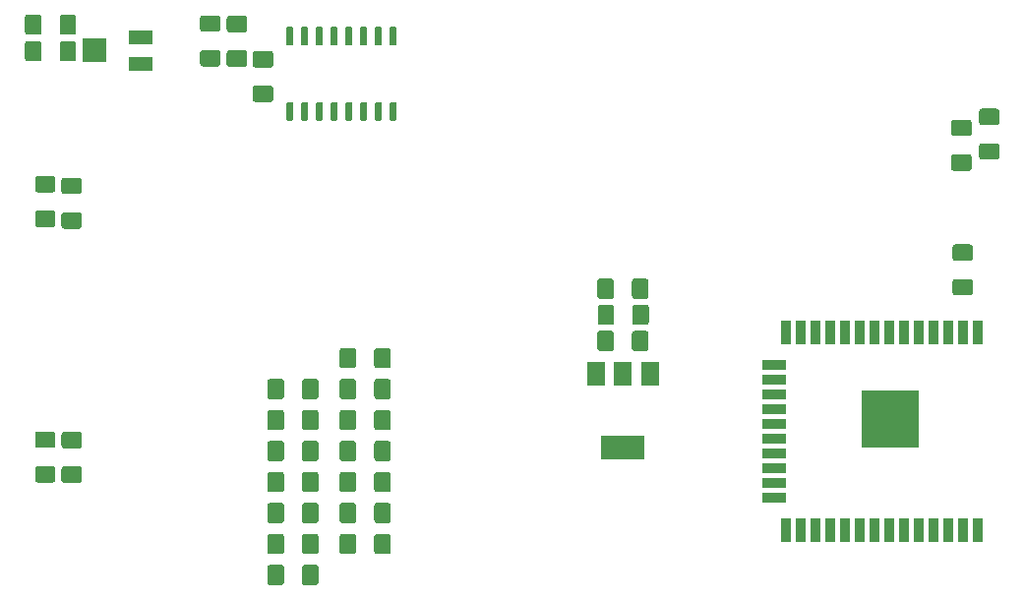
<source format=gtp>
G04 #@! TF.GenerationSoftware,KiCad,Pcbnew,(5.1.2)-1*
G04 #@! TF.CreationDate,2020-06-25T14:26:39+02:00*
G04 #@! TF.ProjectId,projet,70726f6a-6574-42e6-9b69-6361645f7063,rev?*
G04 #@! TF.SameCoordinates,Original*
G04 #@! TF.FileFunction,Paste,Top*
G04 #@! TF.FilePolarity,Positive*
%FSLAX46Y46*%
G04 Gerber Fmt 4.6, Leading zero omitted, Abs format (unit mm)*
G04 Created by KiCad (PCBNEW (5.1.2)-1) date 2020-06-25 14:26:39*
%MOMM*%
%LPD*%
G04 APERTURE LIST*
%ADD10C,0.100000*%
%ADD11C,1.425000*%
%ADD12C,0.600000*%
%ADD13R,0.900000X2.000000*%
%ADD14R,2.000000X0.900000*%
%ADD15R,5.000000X5.000000*%
%ADD16R,1.500000X2.000000*%
%ADD17R,3.800000X2.000000*%
%ADD18R,2.000000X1.300000*%
%ADD19R,2.000000X2.000000*%
G04 APERTURE END LIST*
D10*
G36*
X64930004Y-28717204D02*
G01*
X64954273Y-28720804D01*
X64978071Y-28726765D01*
X65001171Y-28735030D01*
X65023349Y-28745520D01*
X65044393Y-28758133D01*
X65064098Y-28772747D01*
X65082277Y-28789223D01*
X65098753Y-28807402D01*
X65113367Y-28827107D01*
X65125980Y-28848151D01*
X65136470Y-28870329D01*
X65144735Y-28893429D01*
X65150696Y-28917227D01*
X65154296Y-28941496D01*
X65155500Y-28966000D01*
X65155500Y-30216000D01*
X65154296Y-30240504D01*
X65150696Y-30264773D01*
X65144735Y-30288571D01*
X65136470Y-30311671D01*
X65125980Y-30333849D01*
X65113367Y-30354893D01*
X65098753Y-30374598D01*
X65082277Y-30392777D01*
X65064098Y-30409253D01*
X65044393Y-30423867D01*
X65023349Y-30436480D01*
X65001171Y-30446970D01*
X64978071Y-30455235D01*
X64954273Y-30461196D01*
X64930004Y-30464796D01*
X64905500Y-30466000D01*
X63980500Y-30466000D01*
X63955996Y-30464796D01*
X63931727Y-30461196D01*
X63907929Y-30455235D01*
X63884829Y-30446970D01*
X63862651Y-30436480D01*
X63841607Y-30423867D01*
X63821902Y-30409253D01*
X63803723Y-30392777D01*
X63787247Y-30374598D01*
X63772633Y-30354893D01*
X63760020Y-30333849D01*
X63749530Y-30311671D01*
X63741265Y-30288571D01*
X63735304Y-30264773D01*
X63731704Y-30240504D01*
X63730500Y-30216000D01*
X63730500Y-28966000D01*
X63731704Y-28941496D01*
X63735304Y-28917227D01*
X63741265Y-28893429D01*
X63749530Y-28870329D01*
X63760020Y-28848151D01*
X63772633Y-28827107D01*
X63787247Y-28807402D01*
X63803723Y-28789223D01*
X63821902Y-28772747D01*
X63841607Y-28758133D01*
X63862651Y-28745520D01*
X63884829Y-28735030D01*
X63907929Y-28726765D01*
X63931727Y-28720804D01*
X63955996Y-28717204D01*
X63980500Y-28716000D01*
X64905500Y-28716000D01*
X64930004Y-28717204D01*
X64930004Y-28717204D01*
G37*
D11*
X64443000Y-29591000D03*
D10*
G36*
X61955004Y-28717204D02*
G01*
X61979273Y-28720804D01*
X62003071Y-28726765D01*
X62026171Y-28735030D01*
X62048349Y-28745520D01*
X62069393Y-28758133D01*
X62089098Y-28772747D01*
X62107277Y-28789223D01*
X62123753Y-28807402D01*
X62138367Y-28827107D01*
X62150980Y-28848151D01*
X62161470Y-28870329D01*
X62169735Y-28893429D01*
X62175696Y-28917227D01*
X62179296Y-28941496D01*
X62180500Y-28966000D01*
X62180500Y-30216000D01*
X62179296Y-30240504D01*
X62175696Y-30264773D01*
X62169735Y-30288571D01*
X62161470Y-30311671D01*
X62150980Y-30333849D01*
X62138367Y-30354893D01*
X62123753Y-30374598D01*
X62107277Y-30392777D01*
X62089098Y-30409253D01*
X62069393Y-30423867D01*
X62048349Y-30436480D01*
X62026171Y-30446970D01*
X62003071Y-30455235D01*
X61979273Y-30461196D01*
X61955004Y-30464796D01*
X61930500Y-30466000D01*
X61005500Y-30466000D01*
X60980996Y-30464796D01*
X60956727Y-30461196D01*
X60932929Y-30455235D01*
X60909829Y-30446970D01*
X60887651Y-30436480D01*
X60866607Y-30423867D01*
X60846902Y-30409253D01*
X60828723Y-30392777D01*
X60812247Y-30374598D01*
X60797633Y-30354893D01*
X60785020Y-30333849D01*
X60774530Y-30311671D01*
X60766265Y-30288571D01*
X60760304Y-30264773D01*
X60756704Y-30240504D01*
X60755500Y-30216000D01*
X60755500Y-28966000D01*
X60756704Y-28941496D01*
X60760304Y-28917227D01*
X60766265Y-28893429D01*
X60774530Y-28870329D01*
X60785020Y-28848151D01*
X60797633Y-28827107D01*
X60812247Y-28807402D01*
X60828723Y-28789223D01*
X60846902Y-28772747D01*
X60866607Y-28758133D01*
X60887651Y-28745520D01*
X60909829Y-28735030D01*
X60932929Y-28726765D01*
X60956727Y-28720804D01*
X60980996Y-28717204D01*
X61005500Y-28716000D01*
X61930500Y-28716000D01*
X61955004Y-28717204D01*
X61955004Y-28717204D01*
G37*
D11*
X61468000Y-29591000D03*
D10*
G36*
X92017504Y-55133204D02*
G01*
X92041773Y-55136804D01*
X92065571Y-55142765D01*
X92088671Y-55151030D01*
X92110849Y-55161520D01*
X92131893Y-55174133D01*
X92151598Y-55188747D01*
X92169777Y-55205223D01*
X92186253Y-55223402D01*
X92200867Y-55243107D01*
X92213480Y-55264151D01*
X92223970Y-55286329D01*
X92232235Y-55309429D01*
X92238196Y-55333227D01*
X92241796Y-55357496D01*
X92243000Y-55382000D01*
X92243000Y-56632000D01*
X92241796Y-56656504D01*
X92238196Y-56680773D01*
X92232235Y-56704571D01*
X92223970Y-56727671D01*
X92213480Y-56749849D01*
X92200867Y-56770893D01*
X92186253Y-56790598D01*
X92169777Y-56808777D01*
X92151598Y-56825253D01*
X92131893Y-56839867D01*
X92110849Y-56852480D01*
X92088671Y-56862970D01*
X92065571Y-56871235D01*
X92041773Y-56877196D01*
X92017504Y-56880796D01*
X91993000Y-56882000D01*
X91068000Y-56882000D01*
X91043496Y-56880796D01*
X91019227Y-56877196D01*
X90995429Y-56871235D01*
X90972329Y-56862970D01*
X90950151Y-56852480D01*
X90929107Y-56839867D01*
X90909402Y-56825253D01*
X90891223Y-56808777D01*
X90874747Y-56790598D01*
X90860133Y-56770893D01*
X90847520Y-56749849D01*
X90837030Y-56727671D01*
X90828765Y-56704571D01*
X90822804Y-56680773D01*
X90819204Y-56656504D01*
X90818000Y-56632000D01*
X90818000Y-55382000D01*
X90819204Y-55357496D01*
X90822804Y-55333227D01*
X90828765Y-55309429D01*
X90837030Y-55286329D01*
X90847520Y-55264151D01*
X90860133Y-55243107D01*
X90874747Y-55223402D01*
X90891223Y-55205223D01*
X90909402Y-55188747D01*
X90929107Y-55174133D01*
X90950151Y-55161520D01*
X90972329Y-55151030D01*
X90995429Y-55142765D01*
X91019227Y-55136804D01*
X91043496Y-55133204D01*
X91068000Y-55132000D01*
X91993000Y-55132000D01*
X92017504Y-55133204D01*
X92017504Y-55133204D01*
G37*
D11*
X91530500Y-56007000D03*
D10*
G36*
X89042504Y-55133204D02*
G01*
X89066773Y-55136804D01*
X89090571Y-55142765D01*
X89113671Y-55151030D01*
X89135849Y-55161520D01*
X89156893Y-55174133D01*
X89176598Y-55188747D01*
X89194777Y-55205223D01*
X89211253Y-55223402D01*
X89225867Y-55243107D01*
X89238480Y-55264151D01*
X89248970Y-55286329D01*
X89257235Y-55309429D01*
X89263196Y-55333227D01*
X89266796Y-55357496D01*
X89268000Y-55382000D01*
X89268000Y-56632000D01*
X89266796Y-56656504D01*
X89263196Y-56680773D01*
X89257235Y-56704571D01*
X89248970Y-56727671D01*
X89238480Y-56749849D01*
X89225867Y-56770893D01*
X89211253Y-56790598D01*
X89194777Y-56808777D01*
X89176598Y-56825253D01*
X89156893Y-56839867D01*
X89135849Y-56852480D01*
X89113671Y-56862970D01*
X89090571Y-56871235D01*
X89066773Y-56877196D01*
X89042504Y-56880796D01*
X89018000Y-56882000D01*
X88093000Y-56882000D01*
X88068496Y-56880796D01*
X88044227Y-56877196D01*
X88020429Y-56871235D01*
X87997329Y-56862970D01*
X87975151Y-56852480D01*
X87954107Y-56839867D01*
X87934402Y-56825253D01*
X87916223Y-56808777D01*
X87899747Y-56790598D01*
X87885133Y-56770893D01*
X87872520Y-56749849D01*
X87862030Y-56727671D01*
X87853765Y-56704571D01*
X87847804Y-56680773D01*
X87844204Y-56656504D01*
X87843000Y-56632000D01*
X87843000Y-55382000D01*
X87844204Y-55357496D01*
X87847804Y-55333227D01*
X87853765Y-55309429D01*
X87862030Y-55286329D01*
X87872520Y-55264151D01*
X87885133Y-55243107D01*
X87899747Y-55223402D01*
X87916223Y-55205223D01*
X87934402Y-55188747D01*
X87954107Y-55174133D01*
X87975151Y-55161520D01*
X87997329Y-55151030D01*
X88020429Y-55142765D01*
X88044227Y-55136804D01*
X88068496Y-55133204D01*
X88093000Y-55132000D01*
X89018000Y-55132000D01*
X89042504Y-55133204D01*
X89042504Y-55133204D01*
G37*
D11*
X88555500Y-56007000D03*
D10*
G36*
X92017504Y-57800204D02*
G01*
X92041773Y-57803804D01*
X92065571Y-57809765D01*
X92088671Y-57818030D01*
X92110849Y-57828520D01*
X92131893Y-57841133D01*
X92151598Y-57855747D01*
X92169777Y-57872223D01*
X92186253Y-57890402D01*
X92200867Y-57910107D01*
X92213480Y-57931151D01*
X92223970Y-57953329D01*
X92232235Y-57976429D01*
X92238196Y-58000227D01*
X92241796Y-58024496D01*
X92243000Y-58049000D01*
X92243000Y-59299000D01*
X92241796Y-59323504D01*
X92238196Y-59347773D01*
X92232235Y-59371571D01*
X92223970Y-59394671D01*
X92213480Y-59416849D01*
X92200867Y-59437893D01*
X92186253Y-59457598D01*
X92169777Y-59475777D01*
X92151598Y-59492253D01*
X92131893Y-59506867D01*
X92110849Y-59519480D01*
X92088671Y-59529970D01*
X92065571Y-59538235D01*
X92041773Y-59544196D01*
X92017504Y-59547796D01*
X91993000Y-59549000D01*
X91068000Y-59549000D01*
X91043496Y-59547796D01*
X91019227Y-59544196D01*
X90995429Y-59538235D01*
X90972329Y-59529970D01*
X90950151Y-59519480D01*
X90929107Y-59506867D01*
X90909402Y-59492253D01*
X90891223Y-59475777D01*
X90874747Y-59457598D01*
X90860133Y-59437893D01*
X90847520Y-59416849D01*
X90837030Y-59394671D01*
X90828765Y-59371571D01*
X90822804Y-59347773D01*
X90819204Y-59323504D01*
X90818000Y-59299000D01*
X90818000Y-58049000D01*
X90819204Y-58024496D01*
X90822804Y-58000227D01*
X90828765Y-57976429D01*
X90837030Y-57953329D01*
X90847520Y-57931151D01*
X90860133Y-57910107D01*
X90874747Y-57890402D01*
X90891223Y-57872223D01*
X90909402Y-57855747D01*
X90929107Y-57841133D01*
X90950151Y-57828520D01*
X90972329Y-57818030D01*
X90995429Y-57809765D01*
X91019227Y-57803804D01*
X91043496Y-57800204D01*
X91068000Y-57799000D01*
X91993000Y-57799000D01*
X92017504Y-57800204D01*
X92017504Y-57800204D01*
G37*
D11*
X91530500Y-58674000D03*
D10*
G36*
X89042504Y-57800204D02*
G01*
X89066773Y-57803804D01*
X89090571Y-57809765D01*
X89113671Y-57818030D01*
X89135849Y-57828520D01*
X89156893Y-57841133D01*
X89176598Y-57855747D01*
X89194777Y-57872223D01*
X89211253Y-57890402D01*
X89225867Y-57910107D01*
X89238480Y-57931151D01*
X89248970Y-57953329D01*
X89257235Y-57976429D01*
X89263196Y-58000227D01*
X89266796Y-58024496D01*
X89268000Y-58049000D01*
X89268000Y-59299000D01*
X89266796Y-59323504D01*
X89263196Y-59347773D01*
X89257235Y-59371571D01*
X89248970Y-59394671D01*
X89238480Y-59416849D01*
X89225867Y-59437893D01*
X89211253Y-59457598D01*
X89194777Y-59475777D01*
X89176598Y-59492253D01*
X89156893Y-59506867D01*
X89135849Y-59519480D01*
X89113671Y-59529970D01*
X89090571Y-59538235D01*
X89066773Y-59544196D01*
X89042504Y-59547796D01*
X89018000Y-59549000D01*
X88093000Y-59549000D01*
X88068496Y-59547796D01*
X88044227Y-59544196D01*
X88020429Y-59538235D01*
X87997329Y-59529970D01*
X87975151Y-59519480D01*
X87954107Y-59506867D01*
X87934402Y-59492253D01*
X87916223Y-59475777D01*
X87899747Y-59457598D01*
X87885133Y-59437893D01*
X87872520Y-59416849D01*
X87862030Y-59394671D01*
X87853765Y-59371571D01*
X87847804Y-59347773D01*
X87844204Y-59323504D01*
X87843000Y-59299000D01*
X87843000Y-58049000D01*
X87844204Y-58024496D01*
X87847804Y-58000227D01*
X87853765Y-57976429D01*
X87862030Y-57953329D01*
X87872520Y-57931151D01*
X87885133Y-57910107D01*
X87899747Y-57890402D01*
X87916223Y-57872223D01*
X87934402Y-57855747D01*
X87954107Y-57841133D01*
X87975151Y-57828520D01*
X87997329Y-57818030D01*
X88020429Y-57809765D01*
X88044227Y-57803804D01*
X88068496Y-57800204D01*
X88093000Y-57799000D01*
X89018000Y-57799000D01*
X89042504Y-57800204D01*
X89042504Y-57800204D01*
G37*
D11*
X88555500Y-58674000D03*
D10*
G36*
X92017504Y-60467204D02*
G01*
X92041773Y-60470804D01*
X92065571Y-60476765D01*
X92088671Y-60485030D01*
X92110849Y-60495520D01*
X92131893Y-60508133D01*
X92151598Y-60522747D01*
X92169777Y-60539223D01*
X92186253Y-60557402D01*
X92200867Y-60577107D01*
X92213480Y-60598151D01*
X92223970Y-60620329D01*
X92232235Y-60643429D01*
X92238196Y-60667227D01*
X92241796Y-60691496D01*
X92243000Y-60716000D01*
X92243000Y-61966000D01*
X92241796Y-61990504D01*
X92238196Y-62014773D01*
X92232235Y-62038571D01*
X92223970Y-62061671D01*
X92213480Y-62083849D01*
X92200867Y-62104893D01*
X92186253Y-62124598D01*
X92169777Y-62142777D01*
X92151598Y-62159253D01*
X92131893Y-62173867D01*
X92110849Y-62186480D01*
X92088671Y-62196970D01*
X92065571Y-62205235D01*
X92041773Y-62211196D01*
X92017504Y-62214796D01*
X91993000Y-62216000D01*
X91068000Y-62216000D01*
X91043496Y-62214796D01*
X91019227Y-62211196D01*
X90995429Y-62205235D01*
X90972329Y-62196970D01*
X90950151Y-62186480D01*
X90929107Y-62173867D01*
X90909402Y-62159253D01*
X90891223Y-62142777D01*
X90874747Y-62124598D01*
X90860133Y-62104893D01*
X90847520Y-62083849D01*
X90837030Y-62061671D01*
X90828765Y-62038571D01*
X90822804Y-62014773D01*
X90819204Y-61990504D01*
X90818000Y-61966000D01*
X90818000Y-60716000D01*
X90819204Y-60691496D01*
X90822804Y-60667227D01*
X90828765Y-60643429D01*
X90837030Y-60620329D01*
X90847520Y-60598151D01*
X90860133Y-60577107D01*
X90874747Y-60557402D01*
X90891223Y-60539223D01*
X90909402Y-60522747D01*
X90929107Y-60508133D01*
X90950151Y-60495520D01*
X90972329Y-60485030D01*
X90995429Y-60476765D01*
X91019227Y-60470804D01*
X91043496Y-60467204D01*
X91068000Y-60466000D01*
X91993000Y-60466000D01*
X92017504Y-60467204D01*
X92017504Y-60467204D01*
G37*
D11*
X91530500Y-61341000D03*
D10*
G36*
X89042504Y-60467204D02*
G01*
X89066773Y-60470804D01*
X89090571Y-60476765D01*
X89113671Y-60485030D01*
X89135849Y-60495520D01*
X89156893Y-60508133D01*
X89176598Y-60522747D01*
X89194777Y-60539223D01*
X89211253Y-60557402D01*
X89225867Y-60577107D01*
X89238480Y-60598151D01*
X89248970Y-60620329D01*
X89257235Y-60643429D01*
X89263196Y-60667227D01*
X89266796Y-60691496D01*
X89268000Y-60716000D01*
X89268000Y-61966000D01*
X89266796Y-61990504D01*
X89263196Y-62014773D01*
X89257235Y-62038571D01*
X89248970Y-62061671D01*
X89238480Y-62083849D01*
X89225867Y-62104893D01*
X89211253Y-62124598D01*
X89194777Y-62142777D01*
X89176598Y-62159253D01*
X89156893Y-62173867D01*
X89135849Y-62186480D01*
X89113671Y-62196970D01*
X89090571Y-62205235D01*
X89066773Y-62211196D01*
X89042504Y-62214796D01*
X89018000Y-62216000D01*
X88093000Y-62216000D01*
X88068496Y-62214796D01*
X88044227Y-62211196D01*
X88020429Y-62205235D01*
X87997329Y-62196970D01*
X87975151Y-62186480D01*
X87954107Y-62173867D01*
X87934402Y-62159253D01*
X87916223Y-62142777D01*
X87899747Y-62124598D01*
X87885133Y-62104893D01*
X87872520Y-62083849D01*
X87862030Y-62061671D01*
X87853765Y-62038571D01*
X87847804Y-62014773D01*
X87844204Y-61990504D01*
X87843000Y-61966000D01*
X87843000Y-60716000D01*
X87844204Y-60691496D01*
X87847804Y-60667227D01*
X87853765Y-60643429D01*
X87862030Y-60620329D01*
X87872520Y-60598151D01*
X87885133Y-60577107D01*
X87899747Y-60557402D01*
X87916223Y-60539223D01*
X87934402Y-60522747D01*
X87954107Y-60508133D01*
X87975151Y-60495520D01*
X87997329Y-60485030D01*
X88020429Y-60476765D01*
X88044227Y-60470804D01*
X88068496Y-60467204D01*
X88093000Y-60466000D01*
X89018000Y-60466000D01*
X89042504Y-60467204D01*
X89042504Y-60467204D01*
G37*
D11*
X88555500Y-61341000D03*
D10*
G36*
X92017504Y-63134204D02*
G01*
X92041773Y-63137804D01*
X92065571Y-63143765D01*
X92088671Y-63152030D01*
X92110849Y-63162520D01*
X92131893Y-63175133D01*
X92151598Y-63189747D01*
X92169777Y-63206223D01*
X92186253Y-63224402D01*
X92200867Y-63244107D01*
X92213480Y-63265151D01*
X92223970Y-63287329D01*
X92232235Y-63310429D01*
X92238196Y-63334227D01*
X92241796Y-63358496D01*
X92243000Y-63383000D01*
X92243000Y-64633000D01*
X92241796Y-64657504D01*
X92238196Y-64681773D01*
X92232235Y-64705571D01*
X92223970Y-64728671D01*
X92213480Y-64750849D01*
X92200867Y-64771893D01*
X92186253Y-64791598D01*
X92169777Y-64809777D01*
X92151598Y-64826253D01*
X92131893Y-64840867D01*
X92110849Y-64853480D01*
X92088671Y-64863970D01*
X92065571Y-64872235D01*
X92041773Y-64878196D01*
X92017504Y-64881796D01*
X91993000Y-64883000D01*
X91068000Y-64883000D01*
X91043496Y-64881796D01*
X91019227Y-64878196D01*
X90995429Y-64872235D01*
X90972329Y-64863970D01*
X90950151Y-64853480D01*
X90929107Y-64840867D01*
X90909402Y-64826253D01*
X90891223Y-64809777D01*
X90874747Y-64791598D01*
X90860133Y-64771893D01*
X90847520Y-64750849D01*
X90837030Y-64728671D01*
X90828765Y-64705571D01*
X90822804Y-64681773D01*
X90819204Y-64657504D01*
X90818000Y-64633000D01*
X90818000Y-63383000D01*
X90819204Y-63358496D01*
X90822804Y-63334227D01*
X90828765Y-63310429D01*
X90837030Y-63287329D01*
X90847520Y-63265151D01*
X90860133Y-63244107D01*
X90874747Y-63224402D01*
X90891223Y-63206223D01*
X90909402Y-63189747D01*
X90929107Y-63175133D01*
X90950151Y-63162520D01*
X90972329Y-63152030D01*
X90995429Y-63143765D01*
X91019227Y-63137804D01*
X91043496Y-63134204D01*
X91068000Y-63133000D01*
X91993000Y-63133000D01*
X92017504Y-63134204D01*
X92017504Y-63134204D01*
G37*
D11*
X91530500Y-64008000D03*
D10*
G36*
X89042504Y-63134204D02*
G01*
X89066773Y-63137804D01*
X89090571Y-63143765D01*
X89113671Y-63152030D01*
X89135849Y-63162520D01*
X89156893Y-63175133D01*
X89176598Y-63189747D01*
X89194777Y-63206223D01*
X89211253Y-63224402D01*
X89225867Y-63244107D01*
X89238480Y-63265151D01*
X89248970Y-63287329D01*
X89257235Y-63310429D01*
X89263196Y-63334227D01*
X89266796Y-63358496D01*
X89268000Y-63383000D01*
X89268000Y-64633000D01*
X89266796Y-64657504D01*
X89263196Y-64681773D01*
X89257235Y-64705571D01*
X89248970Y-64728671D01*
X89238480Y-64750849D01*
X89225867Y-64771893D01*
X89211253Y-64791598D01*
X89194777Y-64809777D01*
X89176598Y-64826253D01*
X89156893Y-64840867D01*
X89135849Y-64853480D01*
X89113671Y-64863970D01*
X89090571Y-64872235D01*
X89066773Y-64878196D01*
X89042504Y-64881796D01*
X89018000Y-64883000D01*
X88093000Y-64883000D01*
X88068496Y-64881796D01*
X88044227Y-64878196D01*
X88020429Y-64872235D01*
X87997329Y-64863970D01*
X87975151Y-64853480D01*
X87954107Y-64840867D01*
X87934402Y-64826253D01*
X87916223Y-64809777D01*
X87899747Y-64791598D01*
X87885133Y-64771893D01*
X87872520Y-64750849D01*
X87862030Y-64728671D01*
X87853765Y-64705571D01*
X87847804Y-64681773D01*
X87844204Y-64657504D01*
X87843000Y-64633000D01*
X87843000Y-63383000D01*
X87844204Y-63358496D01*
X87847804Y-63334227D01*
X87853765Y-63310429D01*
X87862030Y-63287329D01*
X87872520Y-63265151D01*
X87885133Y-63244107D01*
X87899747Y-63224402D01*
X87916223Y-63206223D01*
X87934402Y-63189747D01*
X87954107Y-63175133D01*
X87975151Y-63162520D01*
X87997329Y-63152030D01*
X88020429Y-63143765D01*
X88044227Y-63137804D01*
X88068496Y-63134204D01*
X88093000Y-63133000D01*
X89018000Y-63133000D01*
X89042504Y-63134204D01*
X89042504Y-63134204D01*
G37*
D11*
X88555500Y-64008000D03*
D10*
G36*
X92017504Y-65801204D02*
G01*
X92041773Y-65804804D01*
X92065571Y-65810765D01*
X92088671Y-65819030D01*
X92110849Y-65829520D01*
X92131893Y-65842133D01*
X92151598Y-65856747D01*
X92169777Y-65873223D01*
X92186253Y-65891402D01*
X92200867Y-65911107D01*
X92213480Y-65932151D01*
X92223970Y-65954329D01*
X92232235Y-65977429D01*
X92238196Y-66001227D01*
X92241796Y-66025496D01*
X92243000Y-66050000D01*
X92243000Y-67300000D01*
X92241796Y-67324504D01*
X92238196Y-67348773D01*
X92232235Y-67372571D01*
X92223970Y-67395671D01*
X92213480Y-67417849D01*
X92200867Y-67438893D01*
X92186253Y-67458598D01*
X92169777Y-67476777D01*
X92151598Y-67493253D01*
X92131893Y-67507867D01*
X92110849Y-67520480D01*
X92088671Y-67530970D01*
X92065571Y-67539235D01*
X92041773Y-67545196D01*
X92017504Y-67548796D01*
X91993000Y-67550000D01*
X91068000Y-67550000D01*
X91043496Y-67548796D01*
X91019227Y-67545196D01*
X90995429Y-67539235D01*
X90972329Y-67530970D01*
X90950151Y-67520480D01*
X90929107Y-67507867D01*
X90909402Y-67493253D01*
X90891223Y-67476777D01*
X90874747Y-67458598D01*
X90860133Y-67438893D01*
X90847520Y-67417849D01*
X90837030Y-67395671D01*
X90828765Y-67372571D01*
X90822804Y-67348773D01*
X90819204Y-67324504D01*
X90818000Y-67300000D01*
X90818000Y-66050000D01*
X90819204Y-66025496D01*
X90822804Y-66001227D01*
X90828765Y-65977429D01*
X90837030Y-65954329D01*
X90847520Y-65932151D01*
X90860133Y-65911107D01*
X90874747Y-65891402D01*
X90891223Y-65873223D01*
X90909402Y-65856747D01*
X90929107Y-65842133D01*
X90950151Y-65829520D01*
X90972329Y-65819030D01*
X90995429Y-65810765D01*
X91019227Y-65804804D01*
X91043496Y-65801204D01*
X91068000Y-65800000D01*
X91993000Y-65800000D01*
X92017504Y-65801204D01*
X92017504Y-65801204D01*
G37*
D11*
X91530500Y-66675000D03*
D10*
G36*
X89042504Y-65801204D02*
G01*
X89066773Y-65804804D01*
X89090571Y-65810765D01*
X89113671Y-65819030D01*
X89135849Y-65829520D01*
X89156893Y-65842133D01*
X89176598Y-65856747D01*
X89194777Y-65873223D01*
X89211253Y-65891402D01*
X89225867Y-65911107D01*
X89238480Y-65932151D01*
X89248970Y-65954329D01*
X89257235Y-65977429D01*
X89263196Y-66001227D01*
X89266796Y-66025496D01*
X89268000Y-66050000D01*
X89268000Y-67300000D01*
X89266796Y-67324504D01*
X89263196Y-67348773D01*
X89257235Y-67372571D01*
X89248970Y-67395671D01*
X89238480Y-67417849D01*
X89225867Y-67438893D01*
X89211253Y-67458598D01*
X89194777Y-67476777D01*
X89176598Y-67493253D01*
X89156893Y-67507867D01*
X89135849Y-67520480D01*
X89113671Y-67530970D01*
X89090571Y-67539235D01*
X89066773Y-67545196D01*
X89042504Y-67548796D01*
X89018000Y-67550000D01*
X88093000Y-67550000D01*
X88068496Y-67548796D01*
X88044227Y-67545196D01*
X88020429Y-67539235D01*
X87997329Y-67530970D01*
X87975151Y-67520480D01*
X87954107Y-67507867D01*
X87934402Y-67493253D01*
X87916223Y-67476777D01*
X87899747Y-67458598D01*
X87885133Y-67438893D01*
X87872520Y-67417849D01*
X87862030Y-67395671D01*
X87853765Y-67372571D01*
X87847804Y-67348773D01*
X87844204Y-67324504D01*
X87843000Y-67300000D01*
X87843000Y-66050000D01*
X87844204Y-66025496D01*
X87847804Y-66001227D01*
X87853765Y-65977429D01*
X87862030Y-65954329D01*
X87872520Y-65932151D01*
X87885133Y-65911107D01*
X87899747Y-65891402D01*
X87916223Y-65873223D01*
X87934402Y-65856747D01*
X87954107Y-65842133D01*
X87975151Y-65829520D01*
X87997329Y-65819030D01*
X88020429Y-65810765D01*
X88044227Y-65804804D01*
X88068496Y-65801204D01*
X88093000Y-65800000D01*
X89018000Y-65800000D01*
X89042504Y-65801204D01*
X89042504Y-65801204D01*
G37*
D11*
X88555500Y-66675000D03*
D10*
G36*
X92017504Y-68468204D02*
G01*
X92041773Y-68471804D01*
X92065571Y-68477765D01*
X92088671Y-68486030D01*
X92110849Y-68496520D01*
X92131893Y-68509133D01*
X92151598Y-68523747D01*
X92169777Y-68540223D01*
X92186253Y-68558402D01*
X92200867Y-68578107D01*
X92213480Y-68599151D01*
X92223970Y-68621329D01*
X92232235Y-68644429D01*
X92238196Y-68668227D01*
X92241796Y-68692496D01*
X92243000Y-68717000D01*
X92243000Y-69967000D01*
X92241796Y-69991504D01*
X92238196Y-70015773D01*
X92232235Y-70039571D01*
X92223970Y-70062671D01*
X92213480Y-70084849D01*
X92200867Y-70105893D01*
X92186253Y-70125598D01*
X92169777Y-70143777D01*
X92151598Y-70160253D01*
X92131893Y-70174867D01*
X92110849Y-70187480D01*
X92088671Y-70197970D01*
X92065571Y-70206235D01*
X92041773Y-70212196D01*
X92017504Y-70215796D01*
X91993000Y-70217000D01*
X91068000Y-70217000D01*
X91043496Y-70215796D01*
X91019227Y-70212196D01*
X90995429Y-70206235D01*
X90972329Y-70197970D01*
X90950151Y-70187480D01*
X90929107Y-70174867D01*
X90909402Y-70160253D01*
X90891223Y-70143777D01*
X90874747Y-70125598D01*
X90860133Y-70105893D01*
X90847520Y-70084849D01*
X90837030Y-70062671D01*
X90828765Y-70039571D01*
X90822804Y-70015773D01*
X90819204Y-69991504D01*
X90818000Y-69967000D01*
X90818000Y-68717000D01*
X90819204Y-68692496D01*
X90822804Y-68668227D01*
X90828765Y-68644429D01*
X90837030Y-68621329D01*
X90847520Y-68599151D01*
X90860133Y-68578107D01*
X90874747Y-68558402D01*
X90891223Y-68540223D01*
X90909402Y-68523747D01*
X90929107Y-68509133D01*
X90950151Y-68496520D01*
X90972329Y-68486030D01*
X90995429Y-68477765D01*
X91019227Y-68471804D01*
X91043496Y-68468204D01*
X91068000Y-68467000D01*
X91993000Y-68467000D01*
X92017504Y-68468204D01*
X92017504Y-68468204D01*
G37*
D11*
X91530500Y-69342000D03*
D10*
G36*
X89042504Y-68468204D02*
G01*
X89066773Y-68471804D01*
X89090571Y-68477765D01*
X89113671Y-68486030D01*
X89135849Y-68496520D01*
X89156893Y-68509133D01*
X89176598Y-68523747D01*
X89194777Y-68540223D01*
X89211253Y-68558402D01*
X89225867Y-68578107D01*
X89238480Y-68599151D01*
X89248970Y-68621329D01*
X89257235Y-68644429D01*
X89263196Y-68668227D01*
X89266796Y-68692496D01*
X89268000Y-68717000D01*
X89268000Y-69967000D01*
X89266796Y-69991504D01*
X89263196Y-70015773D01*
X89257235Y-70039571D01*
X89248970Y-70062671D01*
X89238480Y-70084849D01*
X89225867Y-70105893D01*
X89211253Y-70125598D01*
X89194777Y-70143777D01*
X89176598Y-70160253D01*
X89156893Y-70174867D01*
X89135849Y-70187480D01*
X89113671Y-70197970D01*
X89090571Y-70206235D01*
X89066773Y-70212196D01*
X89042504Y-70215796D01*
X89018000Y-70217000D01*
X88093000Y-70217000D01*
X88068496Y-70215796D01*
X88044227Y-70212196D01*
X88020429Y-70206235D01*
X87997329Y-70197970D01*
X87975151Y-70187480D01*
X87954107Y-70174867D01*
X87934402Y-70160253D01*
X87916223Y-70143777D01*
X87899747Y-70125598D01*
X87885133Y-70105893D01*
X87872520Y-70084849D01*
X87862030Y-70062671D01*
X87853765Y-70039571D01*
X87847804Y-70015773D01*
X87844204Y-69991504D01*
X87843000Y-69967000D01*
X87843000Y-68717000D01*
X87844204Y-68692496D01*
X87847804Y-68668227D01*
X87853765Y-68644429D01*
X87862030Y-68621329D01*
X87872520Y-68599151D01*
X87885133Y-68578107D01*
X87899747Y-68558402D01*
X87916223Y-68540223D01*
X87934402Y-68523747D01*
X87954107Y-68509133D01*
X87975151Y-68496520D01*
X87997329Y-68486030D01*
X88020429Y-68477765D01*
X88044227Y-68471804D01*
X88068496Y-68468204D01*
X88093000Y-68467000D01*
X89018000Y-68467000D01*
X89042504Y-68468204D01*
X89042504Y-68468204D01*
G37*
D11*
X88555500Y-69342000D03*
D10*
G36*
X144413504Y-34540704D02*
G01*
X144437773Y-34544304D01*
X144461571Y-34550265D01*
X144484671Y-34558530D01*
X144506849Y-34569020D01*
X144527893Y-34581633D01*
X144547598Y-34596247D01*
X144565777Y-34612723D01*
X144582253Y-34630902D01*
X144596867Y-34650607D01*
X144609480Y-34671651D01*
X144619970Y-34693829D01*
X144628235Y-34716929D01*
X144634196Y-34740727D01*
X144637796Y-34764996D01*
X144639000Y-34789500D01*
X144639000Y-35714500D01*
X144637796Y-35739004D01*
X144634196Y-35763273D01*
X144628235Y-35787071D01*
X144619970Y-35810171D01*
X144609480Y-35832349D01*
X144596867Y-35853393D01*
X144582253Y-35873098D01*
X144565777Y-35891277D01*
X144547598Y-35907753D01*
X144527893Y-35922367D01*
X144506849Y-35934980D01*
X144484671Y-35945470D01*
X144461571Y-35953735D01*
X144437773Y-35959696D01*
X144413504Y-35963296D01*
X144389000Y-35964500D01*
X143139000Y-35964500D01*
X143114496Y-35963296D01*
X143090227Y-35959696D01*
X143066429Y-35953735D01*
X143043329Y-35945470D01*
X143021151Y-35934980D01*
X143000107Y-35922367D01*
X142980402Y-35907753D01*
X142962223Y-35891277D01*
X142945747Y-35873098D01*
X142931133Y-35853393D01*
X142918520Y-35832349D01*
X142908030Y-35810171D01*
X142899765Y-35787071D01*
X142893804Y-35763273D01*
X142890204Y-35739004D01*
X142889000Y-35714500D01*
X142889000Y-34789500D01*
X142890204Y-34764996D01*
X142893804Y-34740727D01*
X142899765Y-34716929D01*
X142908030Y-34693829D01*
X142918520Y-34671651D01*
X142931133Y-34650607D01*
X142945747Y-34630902D01*
X142962223Y-34612723D01*
X142980402Y-34596247D01*
X143000107Y-34581633D01*
X143021151Y-34569020D01*
X143043329Y-34558530D01*
X143066429Y-34550265D01*
X143090227Y-34544304D01*
X143114496Y-34540704D01*
X143139000Y-34539500D01*
X144389000Y-34539500D01*
X144413504Y-34540704D01*
X144413504Y-34540704D01*
G37*
D11*
X143764000Y-35252000D03*
D10*
G36*
X144413504Y-37515704D02*
G01*
X144437773Y-37519304D01*
X144461571Y-37525265D01*
X144484671Y-37533530D01*
X144506849Y-37544020D01*
X144527893Y-37556633D01*
X144547598Y-37571247D01*
X144565777Y-37587723D01*
X144582253Y-37605902D01*
X144596867Y-37625607D01*
X144609480Y-37646651D01*
X144619970Y-37668829D01*
X144628235Y-37691929D01*
X144634196Y-37715727D01*
X144637796Y-37739996D01*
X144639000Y-37764500D01*
X144639000Y-38689500D01*
X144637796Y-38714004D01*
X144634196Y-38738273D01*
X144628235Y-38762071D01*
X144619970Y-38785171D01*
X144609480Y-38807349D01*
X144596867Y-38828393D01*
X144582253Y-38848098D01*
X144565777Y-38866277D01*
X144547598Y-38882753D01*
X144527893Y-38897367D01*
X144506849Y-38909980D01*
X144484671Y-38920470D01*
X144461571Y-38928735D01*
X144437773Y-38934696D01*
X144413504Y-38938296D01*
X144389000Y-38939500D01*
X143139000Y-38939500D01*
X143114496Y-38938296D01*
X143090227Y-38934696D01*
X143066429Y-38928735D01*
X143043329Y-38920470D01*
X143021151Y-38909980D01*
X143000107Y-38897367D01*
X142980402Y-38882753D01*
X142962223Y-38866277D01*
X142945747Y-38848098D01*
X142931133Y-38828393D01*
X142918520Y-38807349D01*
X142908030Y-38785171D01*
X142899765Y-38762071D01*
X142893804Y-38738273D01*
X142890204Y-38714004D01*
X142889000Y-38689500D01*
X142889000Y-37764500D01*
X142890204Y-37739996D01*
X142893804Y-37715727D01*
X142899765Y-37691929D01*
X142908030Y-37668829D01*
X142918520Y-37646651D01*
X142931133Y-37625607D01*
X142945747Y-37605902D01*
X142962223Y-37587723D01*
X142980402Y-37571247D01*
X143000107Y-37556633D01*
X143021151Y-37544020D01*
X143043329Y-37533530D01*
X143066429Y-37525265D01*
X143090227Y-37519304D01*
X143114496Y-37515704D01*
X143139000Y-37514500D01*
X144389000Y-37514500D01*
X144413504Y-37515704D01*
X144413504Y-37515704D01*
G37*
D11*
X143764000Y-38227000D03*
D10*
G36*
X92017504Y-71135204D02*
G01*
X92041773Y-71138804D01*
X92065571Y-71144765D01*
X92088671Y-71153030D01*
X92110849Y-71163520D01*
X92131893Y-71176133D01*
X92151598Y-71190747D01*
X92169777Y-71207223D01*
X92186253Y-71225402D01*
X92200867Y-71245107D01*
X92213480Y-71266151D01*
X92223970Y-71288329D01*
X92232235Y-71311429D01*
X92238196Y-71335227D01*
X92241796Y-71359496D01*
X92243000Y-71384000D01*
X92243000Y-72634000D01*
X92241796Y-72658504D01*
X92238196Y-72682773D01*
X92232235Y-72706571D01*
X92223970Y-72729671D01*
X92213480Y-72751849D01*
X92200867Y-72772893D01*
X92186253Y-72792598D01*
X92169777Y-72810777D01*
X92151598Y-72827253D01*
X92131893Y-72841867D01*
X92110849Y-72854480D01*
X92088671Y-72864970D01*
X92065571Y-72873235D01*
X92041773Y-72879196D01*
X92017504Y-72882796D01*
X91993000Y-72884000D01*
X91068000Y-72884000D01*
X91043496Y-72882796D01*
X91019227Y-72879196D01*
X90995429Y-72873235D01*
X90972329Y-72864970D01*
X90950151Y-72854480D01*
X90929107Y-72841867D01*
X90909402Y-72827253D01*
X90891223Y-72810777D01*
X90874747Y-72792598D01*
X90860133Y-72772893D01*
X90847520Y-72751849D01*
X90837030Y-72729671D01*
X90828765Y-72706571D01*
X90822804Y-72682773D01*
X90819204Y-72658504D01*
X90818000Y-72634000D01*
X90818000Y-71384000D01*
X90819204Y-71359496D01*
X90822804Y-71335227D01*
X90828765Y-71311429D01*
X90837030Y-71288329D01*
X90847520Y-71266151D01*
X90860133Y-71245107D01*
X90874747Y-71225402D01*
X90891223Y-71207223D01*
X90909402Y-71190747D01*
X90929107Y-71176133D01*
X90950151Y-71163520D01*
X90972329Y-71153030D01*
X90995429Y-71144765D01*
X91019227Y-71138804D01*
X91043496Y-71135204D01*
X91068000Y-71134000D01*
X91993000Y-71134000D01*
X92017504Y-71135204D01*
X92017504Y-71135204D01*
G37*
D11*
X91530500Y-72009000D03*
D10*
G36*
X89042504Y-71135204D02*
G01*
X89066773Y-71138804D01*
X89090571Y-71144765D01*
X89113671Y-71153030D01*
X89135849Y-71163520D01*
X89156893Y-71176133D01*
X89176598Y-71190747D01*
X89194777Y-71207223D01*
X89211253Y-71225402D01*
X89225867Y-71245107D01*
X89238480Y-71266151D01*
X89248970Y-71288329D01*
X89257235Y-71311429D01*
X89263196Y-71335227D01*
X89266796Y-71359496D01*
X89268000Y-71384000D01*
X89268000Y-72634000D01*
X89266796Y-72658504D01*
X89263196Y-72682773D01*
X89257235Y-72706571D01*
X89248970Y-72729671D01*
X89238480Y-72751849D01*
X89225867Y-72772893D01*
X89211253Y-72792598D01*
X89194777Y-72810777D01*
X89176598Y-72827253D01*
X89156893Y-72841867D01*
X89135849Y-72854480D01*
X89113671Y-72864970D01*
X89090571Y-72873235D01*
X89066773Y-72879196D01*
X89042504Y-72882796D01*
X89018000Y-72884000D01*
X88093000Y-72884000D01*
X88068496Y-72882796D01*
X88044227Y-72879196D01*
X88020429Y-72873235D01*
X87997329Y-72864970D01*
X87975151Y-72854480D01*
X87954107Y-72841867D01*
X87934402Y-72827253D01*
X87916223Y-72810777D01*
X87899747Y-72792598D01*
X87885133Y-72772893D01*
X87872520Y-72751849D01*
X87862030Y-72729671D01*
X87853765Y-72706571D01*
X87847804Y-72682773D01*
X87844204Y-72658504D01*
X87843000Y-72634000D01*
X87843000Y-71384000D01*
X87844204Y-71359496D01*
X87847804Y-71335227D01*
X87853765Y-71311429D01*
X87862030Y-71288329D01*
X87872520Y-71266151D01*
X87885133Y-71245107D01*
X87899747Y-71225402D01*
X87916223Y-71207223D01*
X87934402Y-71190747D01*
X87954107Y-71176133D01*
X87975151Y-71163520D01*
X87997329Y-71153030D01*
X88020429Y-71144765D01*
X88044227Y-71138804D01*
X88068496Y-71135204D01*
X88093000Y-71134000D01*
X89018000Y-71134000D01*
X89042504Y-71135204D01*
X89042504Y-71135204D01*
G37*
D11*
X88555500Y-72009000D03*
D10*
G36*
X85794504Y-57800204D02*
G01*
X85818773Y-57803804D01*
X85842571Y-57809765D01*
X85865671Y-57818030D01*
X85887849Y-57828520D01*
X85908893Y-57841133D01*
X85928598Y-57855747D01*
X85946777Y-57872223D01*
X85963253Y-57890402D01*
X85977867Y-57910107D01*
X85990480Y-57931151D01*
X86000970Y-57953329D01*
X86009235Y-57976429D01*
X86015196Y-58000227D01*
X86018796Y-58024496D01*
X86020000Y-58049000D01*
X86020000Y-59299000D01*
X86018796Y-59323504D01*
X86015196Y-59347773D01*
X86009235Y-59371571D01*
X86000970Y-59394671D01*
X85990480Y-59416849D01*
X85977867Y-59437893D01*
X85963253Y-59457598D01*
X85946777Y-59475777D01*
X85928598Y-59492253D01*
X85908893Y-59506867D01*
X85887849Y-59519480D01*
X85865671Y-59529970D01*
X85842571Y-59538235D01*
X85818773Y-59544196D01*
X85794504Y-59547796D01*
X85770000Y-59549000D01*
X84845000Y-59549000D01*
X84820496Y-59547796D01*
X84796227Y-59544196D01*
X84772429Y-59538235D01*
X84749329Y-59529970D01*
X84727151Y-59519480D01*
X84706107Y-59506867D01*
X84686402Y-59492253D01*
X84668223Y-59475777D01*
X84651747Y-59457598D01*
X84637133Y-59437893D01*
X84624520Y-59416849D01*
X84614030Y-59394671D01*
X84605765Y-59371571D01*
X84599804Y-59347773D01*
X84596204Y-59323504D01*
X84595000Y-59299000D01*
X84595000Y-58049000D01*
X84596204Y-58024496D01*
X84599804Y-58000227D01*
X84605765Y-57976429D01*
X84614030Y-57953329D01*
X84624520Y-57931151D01*
X84637133Y-57910107D01*
X84651747Y-57890402D01*
X84668223Y-57872223D01*
X84686402Y-57855747D01*
X84706107Y-57841133D01*
X84727151Y-57828520D01*
X84749329Y-57818030D01*
X84772429Y-57809765D01*
X84796227Y-57803804D01*
X84820496Y-57800204D01*
X84845000Y-57799000D01*
X85770000Y-57799000D01*
X85794504Y-57800204D01*
X85794504Y-57800204D01*
G37*
D11*
X85307500Y-58674000D03*
D10*
G36*
X82819504Y-57800204D02*
G01*
X82843773Y-57803804D01*
X82867571Y-57809765D01*
X82890671Y-57818030D01*
X82912849Y-57828520D01*
X82933893Y-57841133D01*
X82953598Y-57855747D01*
X82971777Y-57872223D01*
X82988253Y-57890402D01*
X83002867Y-57910107D01*
X83015480Y-57931151D01*
X83025970Y-57953329D01*
X83034235Y-57976429D01*
X83040196Y-58000227D01*
X83043796Y-58024496D01*
X83045000Y-58049000D01*
X83045000Y-59299000D01*
X83043796Y-59323504D01*
X83040196Y-59347773D01*
X83034235Y-59371571D01*
X83025970Y-59394671D01*
X83015480Y-59416849D01*
X83002867Y-59437893D01*
X82988253Y-59457598D01*
X82971777Y-59475777D01*
X82953598Y-59492253D01*
X82933893Y-59506867D01*
X82912849Y-59519480D01*
X82890671Y-59529970D01*
X82867571Y-59538235D01*
X82843773Y-59544196D01*
X82819504Y-59547796D01*
X82795000Y-59549000D01*
X81870000Y-59549000D01*
X81845496Y-59547796D01*
X81821227Y-59544196D01*
X81797429Y-59538235D01*
X81774329Y-59529970D01*
X81752151Y-59519480D01*
X81731107Y-59506867D01*
X81711402Y-59492253D01*
X81693223Y-59475777D01*
X81676747Y-59457598D01*
X81662133Y-59437893D01*
X81649520Y-59416849D01*
X81639030Y-59394671D01*
X81630765Y-59371571D01*
X81624804Y-59347773D01*
X81621204Y-59323504D01*
X81620000Y-59299000D01*
X81620000Y-58049000D01*
X81621204Y-58024496D01*
X81624804Y-58000227D01*
X81630765Y-57976429D01*
X81639030Y-57953329D01*
X81649520Y-57931151D01*
X81662133Y-57910107D01*
X81676747Y-57890402D01*
X81693223Y-57872223D01*
X81711402Y-57855747D01*
X81731107Y-57841133D01*
X81752151Y-57828520D01*
X81774329Y-57818030D01*
X81797429Y-57809765D01*
X81821227Y-57803804D01*
X81845496Y-57800204D01*
X81870000Y-57799000D01*
X82795000Y-57799000D01*
X82819504Y-57800204D01*
X82819504Y-57800204D01*
G37*
D11*
X82332500Y-58674000D03*
D10*
G36*
X85794504Y-60467204D02*
G01*
X85818773Y-60470804D01*
X85842571Y-60476765D01*
X85865671Y-60485030D01*
X85887849Y-60495520D01*
X85908893Y-60508133D01*
X85928598Y-60522747D01*
X85946777Y-60539223D01*
X85963253Y-60557402D01*
X85977867Y-60577107D01*
X85990480Y-60598151D01*
X86000970Y-60620329D01*
X86009235Y-60643429D01*
X86015196Y-60667227D01*
X86018796Y-60691496D01*
X86020000Y-60716000D01*
X86020000Y-61966000D01*
X86018796Y-61990504D01*
X86015196Y-62014773D01*
X86009235Y-62038571D01*
X86000970Y-62061671D01*
X85990480Y-62083849D01*
X85977867Y-62104893D01*
X85963253Y-62124598D01*
X85946777Y-62142777D01*
X85928598Y-62159253D01*
X85908893Y-62173867D01*
X85887849Y-62186480D01*
X85865671Y-62196970D01*
X85842571Y-62205235D01*
X85818773Y-62211196D01*
X85794504Y-62214796D01*
X85770000Y-62216000D01*
X84845000Y-62216000D01*
X84820496Y-62214796D01*
X84796227Y-62211196D01*
X84772429Y-62205235D01*
X84749329Y-62196970D01*
X84727151Y-62186480D01*
X84706107Y-62173867D01*
X84686402Y-62159253D01*
X84668223Y-62142777D01*
X84651747Y-62124598D01*
X84637133Y-62104893D01*
X84624520Y-62083849D01*
X84614030Y-62061671D01*
X84605765Y-62038571D01*
X84599804Y-62014773D01*
X84596204Y-61990504D01*
X84595000Y-61966000D01*
X84595000Y-60716000D01*
X84596204Y-60691496D01*
X84599804Y-60667227D01*
X84605765Y-60643429D01*
X84614030Y-60620329D01*
X84624520Y-60598151D01*
X84637133Y-60577107D01*
X84651747Y-60557402D01*
X84668223Y-60539223D01*
X84686402Y-60522747D01*
X84706107Y-60508133D01*
X84727151Y-60495520D01*
X84749329Y-60485030D01*
X84772429Y-60476765D01*
X84796227Y-60470804D01*
X84820496Y-60467204D01*
X84845000Y-60466000D01*
X85770000Y-60466000D01*
X85794504Y-60467204D01*
X85794504Y-60467204D01*
G37*
D11*
X85307500Y-61341000D03*
D10*
G36*
X82819504Y-60467204D02*
G01*
X82843773Y-60470804D01*
X82867571Y-60476765D01*
X82890671Y-60485030D01*
X82912849Y-60495520D01*
X82933893Y-60508133D01*
X82953598Y-60522747D01*
X82971777Y-60539223D01*
X82988253Y-60557402D01*
X83002867Y-60577107D01*
X83015480Y-60598151D01*
X83025970Y-60620329D01*
X83034235Y-60643429D01*
X83040196Y-60667227D01*
X83043796Y-60691496D01*
X83045000Y-60716000D01*
X83045000Y-61966000D01*
X83043796Y-61990504D01*
X83040196Y-62014773D01*
X83034235Y-62038571D01*
X83025970Y-62061671D01*
X83015480Y-62083849D01*
X83002867Y-62104893D01*
X82988253Y-62124598D01*
X82971777Y-62142777D01*
X82953598Y-62159253D01*
X82933893Y-62173867D01*
X82912849Y-62186480D01*
X82890671Y-62196970D01*
X82867571Y-62205235D01*
X82843773Y-62211196D01*
X82819504Y-62214796D01*
X82795000Y-62216000D01*
X81870000Y-62216000D01*
X81845496Y-62214796D01*
X81821227Y-62211196D01*
X81797429Y-62205235D01*
X81774329Y-62196970D01*
X81752151Y-62186480D01*
X81731107Y-62173867D01*
X81711402Y-62159253D01*
X81693223Y-62142777D01*
X81676747Y-62124598D01*
X81662133Y-62104893D01*
X81649520Y-62083849D01*
X81639030Y-62061671D01*
X81630765Y-62038571D01*
X81624804Y-62014773D01*
X81621204Y-61990504D01*
X81620000Y-61966000D01*
X81620000Y-60716000D01*
X81621204Y-60691496D01*
X81624804Y-60667227D01*
X81630765Y-60643429D01*
X81639030Y-60620329D01*
X81649520Y-60598151D01*
X81662133Y-60577107D01*
X81676747Y-60557402D01*
X81693223Y-60539223D01*
X81711402Y-60522747D01*
X81731107Y-60508133D01*
X81752151Y-60495520D01*
X81774329Y-60485030D01*
X81797429Y-60476765D01*
X81821227Y-60470804D01*
X81845496Y-60467204D01*
X81870000Y-60466000D01*
X82795000Y-60466000D01*
X82819504Y-60467204D01*
X82819504Y-60467204D01*
G37*
D11*
X82332500Y-61341000D03*
D10*
G36*
X85794504Y-63134204D02*
G01*
X85818773Y-63137804D01*
X85842571Y-63143765D01*
X85865671Y-63152030D01*
X85887849Y-63162520D01*
X85908893Y-63175133D01*
X85928598Y-63189747D01*
X85946777Y-63206223D01*
X85963253Y-63224402D01*
X85977867Y-63244107D01*
X85990480Y-63265151D01*
X86000970Y-63287329D01*
X86009235Y-63310429D01*
X86015196Y-63334227D01*
X86018796Y-63358496D01*
X86020000Y-63383000D01*
X86020000Y-64633000D01*
X86018796Y-64657504D01*
X86015196Y-64681773D01*
X86009235Y-64705571D01*
X86000970Y-64728671D01*
X85990480Y-64750849D01*
X85977867Y-64771893D01*
X85963253Y-64791598D01*
X85946777Y-64809777D01*
X85928598Y-64826253D01*
X85908893Y-64840867D01*
X85887849Y-64853480D01*
X85865671Y-64863970D01*
X85842571Y-64872235D01*
X85818773Y-64878196D01*
X85794504Y-64881796D01*
X85770000Y-64883000D01*
X84845000Y-64883000D01*
X84820496Y-64881796D01*
X84796227Y-64878196D01*
X84772429Y-64872235D01*
X84749329Y-64863970D01*
X84727151Y-64853480D01*
X84706107Y-64840867D01*
X84686402Y-64826253D01*
X84668223Y-64809777D01*
X84651747Y-64791598D01*
X84637133Y-64771893D01*
X84624520Y-64750849D01*
X84614030Y-64728671D01*
X84605765Y-64705571D01*
X84599804Y-64681773D01*
X84596204Y-64657504D01*
X84595000Y-64633000D01*
X84595000Y-63383000D01*
X84596204Y-63358496D01*
X84599804Y-63334227D01*
X84605765Y-63310429D01*
X84614030Y-63287329D01*
X84624520Y-63265151D01*
X84637133Y-63244107D01*
X84651747Y-63224402D01*
X84668223Y-63206223D01*
X84686402Y-63189747D01*
X84706107Y-63175133D01*
X84727151Y-63162520D01*
X84749329Y-63152030D01*
X84772429Y-63143765D01*
X84796227Y-63137804D01*
X84820496Y-63134204D01*
X84845000Y-63133000D01*
X85770000Y-63133000D01*
X85794504Y-63134204D01*
X85794504Y-63134204D01*
G37*
D11*
X85307500Y-64008000D03*
D10*
G36*
X82819504Y-63134204D02*
G01*
X82843773Y-63137804D01*
X82867571Y-63143765D01*
X82890671Y-63152030D01*
X82912849Y-63162520D01*
X82933893Y-63175133D01*
X82953598Y-63189747D01*
X82971777Y-63206223D01*
X82988253Y-63224402D01*
X83002867Y-63244107D01*
X83015480Y-63265151D01*
X83025970Y-63287329D01*
X83034235Y-63310429D01*
X83040196Y-63334227D01*
X83043796Y-63358496D01*
X83045000Y-63383000D01*
X83045000Y-64633000D01*
X83043796Y-64657504D01*
X83040196Y-64681773D01*
X83034235Y-64705571D01*
X83025970Y-64728671D01*
X83015480Y-64750849D01*
X83002867Y-64771893D01*
X82988253Y-64791598D01*
X82971777Y-64809777D01*
X82953598Y-64826253D01*
X82933893Y-64840867D01*
X82912849Y-64853480D01*
X82890671Y-64863970D01*
X82867571Y-64872235D01*
X82843773Y-64878196D01*
X82819504Y-64881796D01*
X82795000Y-64883000D01*
X81870000Y-64883000D01*
X81845496Y-64881796D01*
X81821227Y-64878196D01*
X81797429Y-64872235D01*
X81774329Y-64863970D01*
X81752151Y-64853480D01*
X81731107Y-64840867D01*
X81711402Y-64826253D01*
X81693223Y-64809777D01*
X81676747Y-64791598D01*
X81662133Y-64771893D01*
X81649520Y-64750849D01*
X81639030Y-64728671D01*
X81630765Y-64705571D01*
X81624804Y-64681773D01*
X81621204Y-64657504D01*
X81620000Y-64633000D01*
X81620000Y-63383000D01*
X81621204Y-63358496D01*
X81624804Y-63334227D01*
X81630765Y-63310429D01*
X81639030Y-63287329D01*
X81649520Y-63265151D01*
X81662133Y-63244107D01*
X81676747Y-63224402D01*
X81693223Y-63206223D01*
X81711402Y-63189747D01*
X81731107Y-63175133D01*
X81752151Y-63162520D01*
X81774329Y-63152030D01*
X81797429Y-63143765D01*
X81821227Y-63137804D01*
X81845496Y-63134204D01*
X81870000Y-63133000D01*
X82795000Y-63133000D01*
X82819504Y-63134204D01*
X82819504Y-63134204D01*
G37*
D11*
X82332500Y-64008000D03*
D10*
G36*
X85794504Y-65801204D02*
G01*
X85818773Y-65804804D01*
X85842571Y-65810765D01*
X85865671Y-65819030D01*
X85887849Y-65829520D01*
X85908893Y-65842133D01*
X85928598Y-65856747D01*
X85946777Y-65873223D01*
X85963253Y-65891402D01*
X85977867Y-65911107D01*
X85990480Y-65932151D01*
X86000970Y-65954329D01*
X86009235Y-65977429D01*
X86015196Y-66001227D01*
X86018796Y-66025496D01*
X86020000Y-66050000D01*
X86020000Y-67300000D01*
X86018796Y-67324504D01*
X86015196Y-67348773D01*
X86009235Y-67372571D01*
X86000970Y-67395671D01*
X85990480Y-67417849D01*
X85977867Y-67438893D01*
X85963253Y-67458598D01*
X85946777Y-67476777D01*
X85928598Y-67493253D01*
X85908893Y-67507867D01*
X85887849Y-67520480D01*
X85865671Y-67530970D01*
X85842571Y-67539235D01*
X85818773Y-67545196D01*
X85794504Y-67548796D01*
X85770000Y-67550000D01*
X84845000Y-67550000D01*
X84820496Y-67548796D01*
X84796227Y-67545196D01*
X84772429Y-67539235D01*
X84749329Y-67530970D01*
X84727151Y-67520480D01*
X84706107Y-67507867D01*
X84686402Y-67493253D01*
X84668223Y-67476777D01*
X84651747Y-67458598D01*
X84637133Y-67438893D01*
X84624520Y-67417849D01*
X84614030Y-67395671D01*
X84605765Y-67372571D01*
X84599804Y-67348773D01*
X84596204Y-67324504D01*
X84595000Y-67300000D01*
X84595000Y-66050000D01*
X84596204Y-66025496D01*
X84599804Y-66001227D01*
X84605765Y-65977429D01*
X84614030Y-65954329D01*
X84624520Y-65932151D01*
X84637133Y-65911107D01*
X84651747Y-65891402D01*
X84668223Y-65873223D01*
X84686402Y-65856747D01*
X84706107Y-65842133D01*
X84727151Y-65829520D01*
X84749329Y-65819030D01*
X84772429Y-65810765D01*
X84796227Y-65804804D01*
X84820496Y-65801204D01*
X84845000Y-65800000D01*
X85770000Y-65800000D01*
X85794504Y-65801204D01*
X85794504Y-65801204D01*
G37*
D11*
X85307500Y-66675000D03*
D10*
G36*
X82819504Y-65801204D02*
G01*
X82843773Y-65804804D01*
X82867571Y-65810765D01*
X82890671Y-65819030D01*
X82912849Y-65829520D01*
X82933893Y-65842133D01*
X82953598Y-65856747D01*
X82971777Y-65873223D01*
X82988253Y-65891402D01*
X83002867Y-65911107D01*
X83015480Y-65932151D01*
X83025970Y-65954329D01*
X83034235Y-65977429D01*
X83040196Y-66001227D01*
X83043796Y-66025496D01*
X83045000Y-66050000D01*
X83045000Y-67300000D01*
X83043796Y-67324504D01*
X83040196Y-67348773D01*
X83034235Y-67372571D01*
X83025970Y-67395671D01*
X83015480Y-67417849D01*
X83002867Y-67438893D01*
X82988253Y-67458598D01*
X82971777Y-67476777D01*
X82953598Y-67493253D01*
X82933893Y-67507867D01*
X82912849Y-67520480D01*
X82890671Y-67530970D01*
X82867571Y-67539235D01*
X82843773Y-67545196D01*
X82819504Y-67548796D01*
X82795000Y-67550000D01*
X81870000Y-67550000D01*
X81845496Y-67548796D01*
X81821227Y-67545196D01*
X81797429Y-67539235D01*
X81774329Y-67530970D01*
X81752151Y-67520480D01*
X81731107Y-67507867D01*
X81711402Y-67493253D01*
X81693223Y-67476777D01*
X81676747Y-67458598D01*
X81662133Y-67438893D01*
X81649520Y-67417849D01*
X81639030Y-67395671D01*
X81630765Y-67372571D01*
X81624804Y-67348773D01*
X81621204Y-67324504D01*
X81620000Y-67300000D01*
X81620000Y-66050000D01*
X81621204Y-66025496D01*
X81624804Y-66001227D01*
X81630765Y-65977429D01*
X81639030Y-65954329D01*
X81649520Y-65932151D01*
X81662133Y-65911107D01*
X81676747Y-65891402D01*
X81693223Y-65873223D01*
X81711402Y-65856747D01*
X81731107Y-65842133D01*
X81752151Y-65829520D01*
X81774329Y-65819030D01*
X81797429Y-65810765D01*
X81821227Y-65804804D01*
X81845496Y-65801204D01*
X81870000Y-65800000D01*
X82795000Y-65800000D01*
X82819504Y-65801204D01*
X82819504Y-65801204D01*
G37*
D11*
X82332500Y-66675000D03*
D10*
G36*
X85794504Y-68468204D02*
G01*
X85818773Y-68471804D01*
X85842571Y-68477765D01*
X85865671Y-68486030D01*
X85887849Y-68496520D01*
X85908893Y-68509133D01*
X85928598Y-68523747D01*
X85946777Y-68540223D01*
X85963253Y-68558402D01*
X85977867Y-68578107D01*
X85990480Y-68599151D01*
X86000970Y-68621329D01*
X86009235Y-68644429D01*
X86015196Y-68668227D01*
X86018796Y-68692496D01*
X86020000Y-68717000D01*
X86020000Y-69967000D01*
X86018796Y-69991504D01*
X86015196Y-70015773D01*
X86009235Y-70039571D01*
X86000970Y-70062671D01*
X85990480Y-70084849D01*
X85977867Y-70105893D01*
X85963253Y-70125598D01*
X85946777Y-70143777D01*
X85928598Y-70160253D01*
X85908893Y-70174867D01*
X85887849Y-70187480D01*
X85865671Y-70197970D01*
X85842571Y-70206235D01*
X85818773Y-70212196D01*
X85794504Y-70215796D01*
X85770000Y-70217000D01*
X84845000Y-70217000D01*
X84820496Y-70215796D01*
X84796227Y-70212196D01*
X84772429Y-70206235D01*
X84749329Y-70197970D01*
X84727151Y-70187480D01*
X84706107Y-70174867D01*
X84686402Y-70160253D01*
X84668223Y-70143777D01*
X84651747Y-70125598D01*
X84637133Y-70105893D01*
X84624520Y-70084849D01*
X84614030Y-70062671D01*
X84605765Y-70039571D01*
X84599804Y-70015773D01*
X84596204Y-69991504D01*
X84595000Y-69967000D01*
X84595000Y-68717000D01*
X84596204Y-68692496D01*
X84599804Y-68668227D01*
X84605765Y-68644429D01*
X84614030Y-68621329D01*
X84624520Y-68599151D01*
X84637133Y-68578107D01*
X84651747Y-68558402D01*
X84668223Y-68540223D01*
X84686402Y-68523747D01*
X84706107Y-68509133D01*
X84727151Y-68496520D01*
X84749329Y-68486030D01*
X84772429Y-68477765D01*
X84796227Y-68471804D01*
X84820496Y-68468204D01*
X84845000Y-68467000D01*
X85770000Y-68467000D01*
X85794504Y-68468204D01*
X85794504Y-68468204D01*
G37*
D11*
X85307500Y-69342000D03*
D10*
G36*
X82819504Y-68468204D02*
G01*
X82843773Y-68471804D01*
X82867571Y-68477765D01*
X82890671Y-68486030D01*
X82912849Y-68496520D01*
X82933893Y-68509133D01*
X82953598Y-68523747D01*
X82971777Y-68540223D01*
X82988253Y-68558402D01*
X83002867Y-68578107D01*
X83015480Y-68599151D01*
X83025970Y-68621329D01*
X83034235Y-68644429D01*
X83040196Y-68668227D01*
X83043796Y-68692496D01*
X83045000Y-68717000D01*
X83045000Y-69967000D01*
X83043796Y-69991504D01*
X83040196Y-70015773D01*
X83034235Y-70039571D01*
X83025970Y-70062671D01*
X83015480Y-70084849D01*
X83002867Y-70105893D01*
X82988253Y-70125598D01*
X82971777Y-70143777D01*
X82953598Y-70160253D01*
X82933893Y-70174867D01*
X82912849Y-70187480D01*
X82890671Y-70197970D01*
X82867571Y-70206235D01*
X82843773Y-70212196D01*
X82819504Y-70215796D01*
X82795000Y-70217000D01*
X81870000Y-70217000D01*
X81845496Y-70215796D01*
X81821227Y-70212196D01*
X81797429Y-70206235D01*
X81774329Y-70197970D01*
X81752151Y-70187480D01*
X81731107Y-70174867D01*
X81711402Y-70160253D01*
X81693223Y-70143777D01*
X81676747Y-70125598D01*
X81662133Y-70105893D01*
X81649520Y-70084849D01*
X81639030Y-70062671D01*
X81630765Y-70039571D01*
X81624804Y-70015773D01*
X81621204Y-69991504D01*
X81620000Y-69967000D01*
X81620000Y-68717000D01*
X81621204Y-68692496D01*
X81624804Y-68668227D01*
X81630765Y-68644429D01*
X81639030Y-68621329D01*
X81649520Y-68599151D01*
X81662133Y-68578107D01*
X81676747Y-68558402D01*
X81693223Y-68540223D01*
X81711402Y-68523747D01*
X81731107Y-68509133D01*
X81752151Y-68496520D01*
X81774329Y-68486030D01*
X81797429Y-68477765D01*
X81821227Y-68471804D01*
X81845496Y-68468204D01*
X81870000Y-68467000D01*
X82795000Y-68467000D01*
X82819504Y-68468204D01*
X82819504Y-68468204D01*
G37*
D11*
X82332500Y-69342000D03*
D10*
G36*
X85794504Y-71135204D02*
G01*
X85818773Y-71138804D01*
X85842571Y-71144765D01*
X85865671Y-71153030D01*
X85887849Y-71163520D01*
X85908893Y-71176133D01*
X85928598Y-71190747D01*
X85946777Y-71207223D01*
X85963253Y-71225402D01*
X85977867Y-71245107D01*
X85990480Y-71266151D01*
X86000970Y-71288329D01*
X86009235Y-71311429D01*
X86015196Y-71335227D01*
X86018796Y-71359496D01*
X86020000Y-71384000D01*
X86020000Y-72634000D01*
X86018796Y-72658504D01*
X86015196Y-72682773D01*
X86009235Y-72706571D01*
X86000970Y-72729671D01*
X85990480Y-72751849D01*
X85977867Y-72772893D01*
X85963253Y-72792598D01*
X85946777Y-72810777D01*
X85928598Y-72827253D01*
X85908893Y-72841867D01*
X85887849Y-72854480D01*
X85865671Y-72864970D01*
X85842571Y-72873235D01*
X85818773Y-72879196D01*
X85794504Y-72882796D01*
X85770000Y-72884000D01*
X84845000Y-72884000D01*
X84820496Y-72882796D01*
X84796227Y-72879196D01*
X84772429Y-72873235D01*
X84749329Y-72864970D01*
X84727151Y-72854480D01*
X84706107Y-72841867D01*
X84686402Y-72827253D01*
X84668223Y-72810777D01*
X84651747Y-72792598D01*
X84637133Y-72772893D01*
X84624520Y-72751849D01*
X84614030Y-72729671D01*
X84605765Y-72706571D01*
X84599804Y-72682773D01*
X84596204Y-72658504D01*
X84595000Y-72634000D01*
X84595000Y-71384000D01*
X84596204Y-71359496D01*
X84599804Y-71335227D01*
X84605765Y-71311429D01*
X84614030Y-71288329D01*
X84624520Y-71266151D01*
X84637133Y-71245107D01*
X84651747Y-71225402D01*
X84668223Y-71207223D01*
X84686402Y-71190747D01*
X84706107Y-71176133D01*
X84727151Y-71163520D01*
X84749329Y-71153030D01*
X84772429Y-71144765D01*
X84796227Y-71138804D01*
X84820496Y-71135204D01*
X84845000Y-71134000D01*
X85770000Y-71134000D01*
X85794504Y-71135204D01*
X85794504Y-71135204D01*
G37*
D11*
X85307500Y-72009000D03*
D10*
G36*
X82819504Y-71135204D02*
G01*
X82843773Y-71138804D01*
X82867571Y-71144765D01*
X82890671Y-71153030D01*
X82912849Y-71163520D01*
X82933893Y-71176133D01*
X82953598Y-71190747D01*
X82971777Y-71207223D01*
X82988253Y-71225402D01*
X83002867Y-71245107D01*
X83015480Y-71266151D01*
X83025970Y-71288329D01*
X83034235Y-71311429D01*
X83040196Y-71335227D01*
X83043796Y-71359496D01*
X83045000Y-71384000D01*
X83045000Y-72634000D01*
X83043796Y-72658504D01*
X83040196Y-72682773D01*
X83034235Y-72706571D01*
X83025970Y-72729671D01*
X83015480Y-72751849D01*
X83002867Y-72772893D01*
X82988253Y-72792598D01*
X82971777Y-72810777D01*
X82953598Y-72827253D01*
X82933893Y-72841867D01*
X82912849Y-72854480D01*
X82890671Y-72864970D01*
X82867571Y-72873235D01*
X82843773Y-72879196D01*
X82819504Y-72882796D01*
X82795000Y-72884000D01*
X81870000Y-72884000D01*
X81845496Y-72882796D01*
X81821227Y-72879196D01*
X81797429Y-72873235D01*
X81774329Y-72864970D01*
X81752151Y-72854480D01*
X81731107Y-72841867D01*
X81711402Y-72827253D01*
X81693223Y-72810777D01*
X81676747Y-72792598D01*
X81662133Y-72772893D01*
X81649520Y-72751849D01*
X81639030Y-72729671D01*
X81630765Y-72706571D01*
X81624804Y-72682773D01*
X81621204Y-72658504D01*
X81620000Y-72634000D01*
X81620000Y-71384000D01*
X81621204Y-71359496D01*
X81624804Y-71335227D01*
X81630765Y-71311429D01*
X81639030Y-71288329D01*
X81649520Y-71266151D01*
X81662133Y-71245107D01*
X81676747Y-71225402D01*
X81693223Y-71207223D01*
X81711402Y-71190747D01*
X81731107Y-71176133D01*
X81752151Y-71163520D01*
X81774329Y-71153030D01*
X81797429Y-71144765D01*
X81821227Y-71138804D01*
X81845496Y-71135204D01*
X81870000Y-71134000D01*
X82795000Y-71134000D01*
X82819504Y-71135204D01*
X82819504Y-71135204D01*
G37*
D11*
X82332500Y-72009000D03*
D10*
G36*
X142127504Y-49199704D02*
G01*
X142151773Y-49203304D01*
X142175571Y-49209265D01*
X142198671Y-49217530D01*
X142220849Y-49228020D01*
X142241893Y-49240633D01*
X142261598Y-49255247D01*
X142279777Y-49271723D01*
X142296253Y-49289902D01*
X142310867Y-49309607D01*
X142323480Y-49330651D01*
X142333970Y-49352829D01*
X142342235Y-49375929D01*
X142348196Y-49399727D01*
X142351796Y-49423996D01*
X142353000Y-49448500D01*
X142353000Y-50373500D01*
X142351796Y-50398004D01*
X142348196Y-50422273D01*
X142342235Y-50446071D01*
X142333970Y-50469171D01*
X142323480Y-50491349D01*
X142310867Y-50512393D01*
X142296253Y-50532098D01*
X142279777Y-50550277D01*
X142261598Y-50566753D01*
X142241893Y-50581367D01*
X142220849Y-50593980D01*
X142198671Y-50604470D01*
X142175571Y-50612735D01*
X142151773Y-50618696D01*
X142127504Y-50622296D01*
X142103000Y-50623500D01*
X140853000Y-50623500D01*
X140828496Y-50622296D01*
X140804227Y-50618696D01*
X140780429Y-50612735D01*
X140757329Y-50604470D01*
X140735151Y-50593980D01*
X140714107Y-50581367D01*
X140694402Y-50566753D01*
X140676223Y-50550277D01*
X140659747Y-50532098D01*
X140645133Y-50512393D01*
X140632520Y-50491349D01*
X140622030Y-50469171D01*
X140613765Y-50446071D01*
X140607804Y-50422273D01*
X140604204Y-50398004D01*
X140603000Y-50373500D01*
X140603000Y-49448500D01*
X140604204Y-49423996D01*
X140607804Y-49399727D01*
X140613765Y-49375929D01*
X140622030Y-49352829D01*
X140632520Y-49330651D01*
X140645133Y-49309607D01*
X140659747Y-49289902D01*
X140676223Y-49271723D01*
X140694402Y-49255247D01*
X140714107Y-49240633D01*
X140735151Y-49228020D01*
X140757329Y-49217530D01*
X140780429Y-49209265D01*
X140804227Y-49203304D01*
X140828496Y-49199704D01*
X140853000Y-49198500D01*
X142103000Y-49198500D01*
X142127504Y-49199704D01*
X142127504Y-49199704D01*
G37*
D11*
X141478000Y-49911000D03*
D10*
G36*
X142127504Y-46224704D02*
G01*
X142151773Y-46228304D01*
X142175571Y-46234265D01*
X142198671Y-46242530D01*
X142220849Y-46253020D01*
X142241893Y-46265633D01*
X142261598Y-46280247D01*
X142279777Y-46296723D01*
X142296253Y-46314902D01*
X142310867Y-46334607D01*
X142323480Y-46355651D01*
X142333970Y-46377829D01*
X142342235Y-46400929D01*
X142348196Y-46424727D01*
X142351796Y-46448996D01*
X142353000Y-46473500D01*
X142353000Y-47398500D01*
X142351796Y-47423004D01*
X142348196Y-47447273D01*
X142342235Y-47471071D01*
X142333970Y-47494171D01*
X142323480Y-47516349D01*
X142310867Y-47537393D01*
X142296253Y-47557098D01*
X142279777Y-47575277D01*
X142261598Y-47591753D01*
X142241893Y-47606367D01*
X142220849Y-47618980D01*
X142198671Y-47629470D01*
X142175571Y-47637735D01*
X142151773Y-47643696D01*
X142127504Y-47647296D01*
X142103000Y-47648500D01*
X140853000Y-47648500D01*
X140828496Y-47647296D01*
X140804227Y-47643696D01*
X140780429Y-47637735D01*
X140757329Y-47629470D01*
X140735151Y-47618980D01*
X140714107Y-47606367D01*
X140694402Y-47591753D01*
X140676223Y-47575277D01*
X140659747Y-47557098D01*
X140645133Y-47537393D01*
X140632520Y-47516349D01*
X140622030Y-47494171D01*
X140613765Y-47471071D01*
X140607804Y-47447273D01*
X140604204Y-47423004D01*
X140603000Y-47398500D01*
X140603000Y-46473500D01*
X140604204Y-46448996D01*
X140607804Y-46424727D01*
X140613765Y-46400929D01*
X140622030Y-46377829D01*
X140632520Y-46355651D01*
X140645133Y-46334607D01*
X140659747Y-46314902D01*
X140676223Y-46296723D01*
X140694402Y-46280247D01*
X140714107Y-46265633D01*
X140735151Y-46253020D01*
X140757329Y-46242530D01*
X140780429Y-46234265D01*
X140804227Y-46228304D01*
X140828496Y-46224704D01*
X140853000Y-46223500D01*
X142103000Y-46223500D01*
X142127504Y-46224704D01*
X142127504Y-46224704D01*
G37*
D11*
X141478000Y-46936000D03*
D10*
G36*
X85794504Y-73802204D02*
G01*
X85818773Y-73805804D01*
X85842571Y-73811765D01*
X85865671Y-73820030D01*
X85887849Y-73830520D01*
X85908893Y-73843133D01*
X85928598Y-73857747D01*
X85946777Y-73874223D01*
X85963253Y-73892402D01*
X85977867Y-73912107D01*
X85990480Y-73933151D01*
X86000970Y-73955329D01*
X86009235Y-73978429D01*
X86015196Y-74002227D01*
X86018796Y-74026496D01*
X86020000Y-74051000D01*
X86020000Y-75301000D01*
X86018796Y-75325504D01*
X86015196Y-75349773D01*
X86009235Y-75373571D01*
X86000970Y-75396671D01*
X85990480Y-75418849D01*
X85977867Y-75439893D01*
X85963253Y-75459598D01*
X85946777Y-75477777D01*
X85928598Y-75494253D01*
X85908893Y-75508867D01*
X85887849Y-75521480D01*
X85865671Y-75531970D01*
X85842571Y-75540235D01*
X85818773Y-75546196D01*
X85794504Y-75549796D01*
X85770000Y-75551000D01*
X84845000Y-75551000D01*
X84820496Y-75549796D01*
X84796227Y-75546196D01*
X84772429Y-75540235D01*
X84749329Y-75531970D01*
X84727151Y-75521480D01*
X84706107Y-75508867D01*
X84686402Y-75494253D01*
X84668223Y-75477777D01*
X84651747Y-75459598D01*
X84637133Y-75439893D01*
X84624520Y-75418849D01*
X84614030Y-75396671D01*
X84605765Y-75373571D01*
X84599804Y-75349773D01*
X84596204Y-75325504D01*
X84595000Y-75301000D01*
X84595000Y-74051000D01*
X84596204Y-74026496D01*
X84599804Y-74002227D01*
X84605765Y-73978429D01*
X84614030Y-73955329D01*
X84624520Y-73933151D01*
X84637133Y-73912107D01*
X84651747Y-73892402D01*
X84668223Y-73874223D01*
X84686402Y-73857747D01*
X84706107Y-73843133D01*
X84727151Y-73830520D01*
X84749329Y-73820030D01*
X84772429Y-73811765D01*
X84796227Y-73805804D01*
X84820496Y-73802204D01*
X84845000Y-73801000D01*
X85770000Y-73801000D01*
X85794504Y-73802204D01*
X85794504Y-73802204D01*
G37*
D11*
X85307500Y-74676000D03*
D10*
G36*
X82819504Y-73802204D02*
G01*
X82843773Y-73805804D01*
X82867571Y-73811765D01*
X82890671Y-73820030D01*
X82912849Y-73830520D01*
X82933893Y-73843133D01*
X82953598Y-73857747D01*
X82971777Y-73874223D01*
X82988253Y-73892402D01*
X83002867Y-73912107D01*
X83015480Y-73933151D01*
X83025970Y-73955329D01*
X83034235Y-73978429D01*
X83040196Y-74002227D01*
X83043796Y-74026496D01*
X83045000Y-74051000D01*
X83045000Y-75301000D01*
X83043796Y-75325504D01*
X83040196Y-75349773D01*
X83034235Y-75373571D01*
X83025970Y-75396671D01*
X83015480Y-75418849D01*
X83002867Y-75439893D01*
X82988253Y-75459598D01*
X82971777Y-75477777D01*
X82953598Y-75494253D01*
X82933893Y-75508867D01*
X82912849Y-75521480D01*
X82890671Y-75531970D01*
X82867571Y-75540235D01*
X82843773Y-75546196D01*
X82819504Y-75549796D01*
X82795000Y-75551000D01*
X81870000Y-75551000D01*
X81845496Y-75549796D01*
X81821227Y-75546196D01*
X81797429Y-75540235D01*
X81774329Y-75531970D01*
X81752151Y-75521480D01*
X81731107Y-75508867D01*
X81711402Y-75494253D01*
X81693223Y-75477777D01*
X81676747Y-75459598D01*
X81662133Y-75439893D01*
X81649520Y-75418849D01*
X81639030Y-75396671D01*
X81630765Y-75373571D01*
X81624804Y-75349773D01*
X81621204Y-75325504D01*
X81620000Y-75301000D01*
X81620000Y-74051000D01*
X81621204Y-74026496D01*
X81624804Y-74002227D01*
X81630765Y-73978429D01*
X81639030Y-73955329D01*
X81649520Y-73933151D01*
X81662133Y-73912107D01*
X81676747Y-73892402D01*
X81693223Y-73874223D01*
X81711402Y-73857747D01*
X81731107Y-73843133D01*
X81752151Y-73830520D01*
X81774329Y-73820030D01*
X81797429Y-73811765D01*
X81821227Y-73805804D01*
X81845496Y-73802204D01*
X81870000Y-73801000D01*
X82795000Y-73801000D01*
X82819504Y-73802204D01*
X82819504Y-73802204D01*
G37*
D11*
X82332500Y-74676000D03*
D10*
G36*
X142000504Y-35483704D02*
G01*
X142024773Y-35487304D01*
X142048571Y-35493265D01*
X142071671Y-35501530D01*
X142093849Y-35512020D01*
X142114893Y-35524633D01*
X142134598Y-35539247D01*
X142152777Y-35555723D01*
X142169253Y-35573902D01*
X142183867Y-35593607D01*
X142196480Y-35614651D01*
X142206970Y-35636829D01*
X142215235Y-35659929D01*
X142221196Y-35683727D01*
X142224796Y-35707996D01*
X142226000Y-35732500D01*
X142226000Y-36657500D01*
X142224796Y-36682004D01*
X142221196Y-36706273D01*
X142215235Y-36730071D01*
X142206970Y-36753171D01*
X142196480Y-36775349D01*
X142183867Y-36796393D01*
X142169253Y-36816098D01*
X142152777Y-36834277D01*
X142134598Y-36850753D01*
X142114893Y-36865367D01*
X142093849Y-36877980D01*
X142071671Y-36888470D01*
X142048571Y-36896735D01*
X142024773Y-36902696D01*
X142000504Y-36906296D01*
X141976000Y-36907500D01*
X140726000Y-36907500D01*
X140701496Y-36906296D01*
X140677227Y-36902696D01*
X140653429Y-36896735D01*
X140630329Y-36888470D01*
X140608151Y-36877980D01*
X140587107Y-36865367D01*
X140567402Y-36850753D01*
X140549223Y-36834277D01*
X140532747Y-36816098D01*
X140518133Y-36796393D01*
X140505520Y-36775349D01*
X140495030Y-36753171D01*
X140486765Y-36730071D01*
X140480804Y-36706273D01*
X140477204Y-36682004D01*
X140476000Y-36657500D01*
X140476000Y-35732500D01*
X140477204Y-35707996D01*
X140480804Y-35683727D01*
X140486765Y-35659929D01*
X140495030Y-35636829D01*
X140505520Y-35614651D01*
X140518133Y-35593607D01*
X140532747Y-35573902D01*
X140549223Y-35555723D01*
X140567402Y-35539247D01*
X140587107Y-35524633D01*
X140608151Y-35512020D01*
X140630329Y-35501530D01*
X140653429Y-35493265D01*
X140677227Y-35487304D01*
X140701496Y-35483704D01*
X140726000Y-35482500D01*
X141976000Y-35482500D01*
X142000504Y-35483704D01*
X142000504Y-35483704D01*
G37*
D11*
X141351000Y-36195000D03*
D10*
G36*
X142000504Y-38458704D02*
G01*
X142024773Y-38462304D01*
X142048571Y-38468265D01*
X142071671Y-38476530D01*
X142093849Y-38487020D01*
X142114893Y-38499633D01*
X142134598Y-38514247D01*
X142152777Y-38530723D01*
X142169253Y-38548902D01*
X142183867Y-38568607D01*
X142196480Y-38589651D01*
X142206970Y-38611829D01*
X142215235Y-38634929D01*
X142221196Y-38658727D01*
X142224796Y-38682996D01*
X142226000Y-38707500D01*
X142226000Y-39632500D01*
X142224796Y-39657004D01*
X142221196Y-39681273D01*
X142215235Y-39705071D01*
X142206970Y-39728171D01*
X142196480Y-39750349D01*
X142183867Y-39771393D01*
X142169253Y-39791098D01*
X142152777Y-39809277D01*
X142134598Y-39825753D01*
X142114893Y-39840367D01*
X142093849Y-39852980D01*
X142071671Y-39863470D01*
X142048571Y-39871735D01*
X142024773Y-39877696D01*
X142000504Y-39881296D01*
X141976000Y-39882500D01*
X140726000Y-39882500D01*
X140701496Y-39881296D01*
X140677227Y-39877696D01*
X140653429Y-39871735D01*
X140630329Y-39863470D01*
X140608151Y-39852980D01*
X140587107Y-39840367D01*
X140567402Y-39825753D01*
X140549223Y-39809277D01*
X140532747Y-39791098D01*
X140518133Y-39771393D01*
X140505520Y-39750349D01*
X140495030Y-39728171D01*
X140486765Y-39705071D01*
X140480804Y-39681273D01*
X140477204Y-39657004D01*
X140476000Y-39632500D01*
X140476000Y-38707500D01*
X140477204Y-38682996D01*
X140480804Y-38658727D01*
X140486765Y-38634929D01*
X140495030Y-38611829D01*
X140505520Y-38589651D01*
X140518133Y-38568607D01*
X140532747Y-38548902D01*
X140549223Y-38530723D01*
X140567402Y-38514247D01*
X140587107Y-38499633D01*
X140608151Y-38487020D01*
X140630329Y-38476530D01*
X140653429Y-38468265D01*
X140677227Y-38462304D01*
X140701496Y-38458704D01*
X140726000Y-38457500D01*
X141976000Y-38457500D01*
X142000504Y-38458704D01*
X142000504Y-38458704D01*
G37*
D11*
X141351000Y-39170000D03*
D10*
G36*
X64930004Y-26431204D02*
G01*
X64954273Y-26434804D01*
X64978071Y-26440765D01*
X65001171Y-26449030D01*
X65023349Y-26459520D01*
X65044393Y-26472133D01*
X65064098Y-26486747D01*
X65082277Y-26503223D01*
X65098753Y-26521402D01*
X65113367Y-26541107D01*
X65125980Y-26562151D01*
X65136470Y-26584329D01*
X65144735Y-26607429D01*
X65150696Y-26631227D01*
X65154296Y-26655496D01*
X65155500Y-26680000D01*
X65155500Y-27930000D01*
X65154296Y-27954504D01*
X65150696Y-27978773D01*
X65144735Y-28002571D01*
X65136470Y-28025671D01*
X65125980Y-28047849D01*
X65113367Y-28068893D01*
X65098753Y-28088598D01*
X65082277Y-28106777D01*
X65064098Y-28123253D01*
X65044393Y-28137867D01*
X65023349Y-28150480D01*
X65001171Y-28160970D01*
X64978071Y-28169235D01*
X64954273Y-28175196D01*
X64930004Y-28178796D01*
X64905500Y-28180000D01*
X63980500Y-28180000D01*
X63955996Y-28178796D01*
X63931727Y-28175196D01*
X63907929Y-28169235D01*
X63884829Y-28160970D01*
X63862651Y-28150480D01*
X63841607Y-28137867D01*
X63821902Y-28123253D01*
X63803723Y-28106777D01*
X63787247Y-28088598D01*
X63772633Y-28068893D01*
X63760020Y-28047849D01*
X63749530Y-28025671D01*
X63741265Y-28002571D01*
X63735304Y-27978773D01*
X63731704Y-27954504D01*
X63730500Y-27930000D01*
X63730500Y-26680000D01*
X63731704Y-26655496D01*
X63735304Y-26631227D01*
X63741265Y-26607429D01*
X63749530Y-26584329D01*
X63760020Y-26562151D01*
X63772633Y-26541107D01*
X63787247Y-26521402D01*
X63803723Y-26503223D01*
X63821902Y-26486747D01*
X63841607Y-26472133D01*
X63862651Y-26459520D01*
X63884829Y-26449030D01*
X63907929Y-26440765D01*
X63931727Y-26434804D01*
X63955996Y-26431204D01*
X63980500Y-26430000D01*
X64905500Y-26430000D01*
X64930004Y-26431204D01*
X64930004Y-26431204D01*
G37*
D11*
X64443000Y-27305000D03*
D10*
G36*
X61955004Y-26431204D02*
G01*
X61979273Y-26434804D01*
X62003071Y-26440765D01*
X62026171Y-26449030D01*
X62048349Y-26459520D01*
X62069393Y-26472133D01*
X62089098Y-26486747D01*
X62107277Y-26503223D01*
X62123753Y-26521402D01*
X62138367Y-26541107D01*
X62150980Y-26562151D01*
X62161470Y-26584329D01*
X62169735Y-26607429D01*
X62175696Y-26631227D01*
X62179296Y-26655496D01*
X62180500Y-26680000D01*
X62180500Y-27930000D01*
X62179296Y-27954504D01*
X62175696Y-27978773D01*
X62169735Y-28002571D01*
X62161470Y-28025671D01*
X62150980Y-28047849D01*
X62138367Y-28068893D01*
X62123753Y-28088598D01*
X62107277Y-28106777D01*
X62089098Y-28123253D01*
X62069393Y-28137867D01*
X62048349Y-28150480D01*
X62026171Y-28160970D01*
X62003071Y-28169235D01*
X61979273Y-28175196D01*
X61955004Y-28178796D01*
X61930500Y-28180000D01*
X61005500Y-28180000D01*
X60980996Y-28178796D01*
X60956727Y-28175196D01*
X60932929Y-28169235D01*
X60909829Y-28160970D01*
X60887651Y-28150480D01*
X60866607Y-28137867D01*
X60846902Y-28123253D01*
X60828723Y-28106777D01*
X60812247Y-28088598D01*
X60797633Y-28068893D01*
X60785020Y-28047849D01*
X60774530Y-28025671D01*
X60766265Y-28002571D01*
X60760304Y-27978773D01*
X60756704Y-27954504D01*
X60755500Y-27930000D01*
X60755500Y-26680000D01*
X60756704Y-26655496D01*
X60760304Y-26631227D01*
X60766265Y-26607429D01*
X60774530Y-26584329D01*
X60785020Y-26562151D01*
X60797633Y-26541107D01*
X60812247Y-26521402D01*
X60828723Y-26503223D01*
X60846902Y-26486747D01*
X60866607Y-26472133D01*
X60887651Y-26459520D01*
X60909829Y-26449030D01*
X60932929Y-26440765D01*
X60956727Y-26434804D01*
X60980996Y-26431204D01*
X61005500Y-26430000D01*
X61930500Y-26430000D01*
X61955004Y-26431204D01*
X61955004Y-26431204D01*
G37*
D11*
X61468000Y-27305000D03*
D10*
G36*
X83707703Y-27484722D02*
G01*
X83722264Y-27486882D01*
X83736543Y-27490459D01*
X83750403Y-27495418D01*
X83763710Y-27501712D01*
X83776336Y-27509280D01*
X83788159Y-27518048D01*
X83799066Y-27527934D01*
X83808952Y-27538841D01*
X83817720Y-27550664D01*
X83825288Y-27563290D01*
X83831582Y-27576597D01*
X83836541Y-27590457D01*
X83840118Y-27604736D01*
X83842278Y-27619297D01*
X83843000Y-27634000D01*
X83843000Y-28934000D01*
X83842278Y-28948703D01*
X83840118Y-28963264D01*
X83836541Y-28977543D01*
X83831582Y-28991403D01*
X83825288Y-29004710D01*
X83817720Y-29017336D01*
X83808952Y-29029159D01*
X83799066Y-29040066D01*
X83788159Y-29049952D01*
X83776336Y-29058720D01*
X83763710Y-29066288D01*
X83750403Y-29072582D01*
X83736543Y-29077541D01*
X83722264Y-29081118D01*
X83707703Y-29083278D01*
X83693000Y-29084000D01*
X83393000Y-29084000D01*
X83378297Y-29083278D01*
X83363736Y-29081118D01*
X83349457Y-29077541D01*
X83335597Y-29072582D01*
X83322290Y-29066288D01*
X83309664Y-29058720D01*
X83297841Y-29049952D01*
X83286934Y-29040066D01*
X83277048Y-29029159D01*
X83268280Y-29017336D01*
X83260712Y-29004710D01*
X83254418Y-28991403D01*
X83249459Y-28977543D01*
X83245882Y-28963264D01*
X83243722Y-28948703D01*
X83243000Y-28934000D01*
X83243000Y-27634000D01*
X83243722Y-27619297D01*
X83245882Y-27604736D01*
X83249459Y-27590457D01*
X83254418Y-27576597D01*
X83260712Y-27563290D01*
X83268280Y-27550664D01*
X83277048Y-27538841D01*
X83286934Y-27527934D01*
X83297841Y-27518048D01*
X83309664Y-27509280D01*
X83322290Y-27501712D01*
X83335597Y-27495418D01*
X83349457Y-27490459D01*
X83363736Y-27486882D01*
X83378297Y-27484722D01*
X83393000Y-27484000D01*
X83693000Y-27484000D01*
X83707703Y-27484722D01*
X83707703Y-27484722D01*
G37*
D12*
X83543000Y-28284000D03*
D10*
G36*
X84977703Y-27484722D02*
G01*
X84992264Y-27486882D01*
X85006543Y-27490459D01*
X85020403Y-27495418D01*
X85033710Y-27501712D01*
X85046336Y-27509280D01*
X85058159Y-27518048D01*
X85069066Y-27527934D01*
X85078952Y-27538841D01*
X85087720Y-27550664D01*
X85095288Y-27563290D01*
X85101582Y-27576597D01*
X85106541Y-27590457D01*
X85110118Y-27604736D01*
X85112278Y-27619297D01*
X85113000Y-27634000D01*
X85113000Y-28934000D01*
X85112278Y-28948703D01*
X85110118Y-28963264D01*
X85106541Y-28977543D01*
X85101582Y-28991403D01*
X85095288Y-29004710D01*
X85087720Y-29017336D01*
X85078952Y-29029159D01*
X85069066Y-29040066D01*
X85058159Y-29049952D01*
X85046336Y-29058720D01*
X85033710Y-29066288D01*
X85020403Y-29072582D01*
X85006543Y-29077541D01*
X84992264Y-29081118D01*
X84977703Y-29083278D01*
X84963000Y-29084000D01*
X84663000Y-29084000D01*
X84648297Y-29083278D01*
X84633736Y-29081118D01*
X84619457Y-29077541D01*
X84605597Y-29072582D01*
X84592290Y-29066288D01*
X84579664Y-29058720D01*
X84567841Y-29049952D01*
X84556934Y-29040066D01*
X84547048Y-29029159D01*
X84538280Y-29017336D01*
X84530712Y-29004710D01*
X84524418Y-28991403D01*
X84519459Y-28977543D01*
X84515882Y-28963264D01*
X84513722Y-28948703D01*
X84513000Y-28934000D01*
X84513000Y-27634000D01*
X84513722Y-27619297D01*
X84515882Y-27604736D01*
X84519459Y-27590457D01*
X84524418Y-27576597D01*
X84530712Y-27563290D01*
X84538280Y-27550664D01*
X84547048Y-27538841D01*
X84556934Y-27527934D01*
X84567841Y-27518048D01*
X84579664Y-27509280D01*
X84592290Y-27501712D01*
X84605597Y-27495418D01*
X84619457Y-27490459D01*
X84633736Y-27486882D01*
X84648297Y-27484722D01*
X84663000Y-27484000D01*
X84963000Y-27484000D01*
X84977703Y-27484722D01*
X84977703Y-27484722D01*
G37*
D12*
X84813000Y-28284000D03*
D10*
G36*
X86247703Y-27484722D02*
G01*
X86262264Y-27486882D01*
X86276543Y-27490459D01*
X86290403Y-27495418D01*
X86303710Y-27501712D01*
X86316336Y-27509280D01*
X86328159Y-27518048D01*
X86339066Y-27527934D01*
X86348952Y-27538841D01*
X86357720Y-27550664D01*
X86365288Y-27563290D01*
X86371582Y-27576597D01*
X86376541Y-27590457D01*
X86380118Y-27604736D01*
X86382278Y-27619297D01*
X86383000Y-27634000D01*
X86383000Y-28934000D01*
X86382278Y-28948703D01*
X86380118Y-28963264D01*
X86376541Y-28977543D01*
X86371582Y-28991403D01*
X86365288Y-29004710D01*
X86357720Y-29017336D01*
X86348952Y-29029159D01*
X86339066Y-29040066D01*
X86328159Y-29049952D01*
X86316336Y-29058720D01*
X86303710Y-29066288D01*
X86290403Y-29072582D01*
X86276543Y-29077541D01*
X86262264Y-29081118D01*
X86247703Y-29083278D01*
X86233000Y-29084000D01*
X85933000Y-29084000D01*
X85918297Y-29083278D01*
X85903736Y-29081118D01*
X85889457Y-29077541D01*
X85875597Y-29072582D01*
X85862290Y-29066288D01*
X85849664Y-29058720D01*
X85837841Y-29049952D01*
X85826934Y-29040066D01*
X85817048Y-29029159D01*
X85808280Y-29017336D01*
X85800712Y-29004710D01*
X85794418Y-28991403D01*
X85789459Y-28977543D01*
X85785882Y-28963264D01*
X85783722Y-28948703D01*
X85783000Y-28934000D01*
X85783000Y-27634000D01*
X85783722Y-27619297D01*
X85785882Y-27604736D01*
X85789459Y-27590457D01*
X85794418Y-27576597D01*
X85800712Y-27563290D01*
X85808280Y-27550664D01*
X85817048Y-27538841D01*
X85826934Y-27527934D01*
X85837841Y-27518048D01*
X85849664Y-27509280D01*
X85862290Y-27501712D01*
X85875597Y-27495418D01*
X85889457Y-27490459D01*
X85903736Y-27486882D01*
X85918297Y-27484722D01*
X85933000Y-27484000D01*
X86233000Y-27484000D01*
X86247703Y-27484722D01*
X86247703Y-27484722D01*
G37*
D12*
X86083000Y-28284000D03*
D10*
G36*
X87517703Y-27484722D02*
G01*
X87532264Y-27486882D01*
X87546543Y-27490459D01*
X87560403Y-27495418D01*
X87573710Y-27501712D01*
X87586336Y-27509280D01*
X87598159Y-27518048D01*
X87609066Y-27527934D01*
X87618952Y-27538841D01*
X87627720Y-27550664D01*
X87635288Y-27563290D01*
X87641582Y-27576597D01*
X87646541Y-27590457D01*
X87650118Y-27604736D01*
X87652278Y-27619297D01*
X87653000Y-27634000D01*
X87653000Y-28934000D01*
X87652278Y-28948703D01*
X87650118Y-28963264D01*
X87646541Y-28977543D01*
X87641582Y-28991403D01*
X87635288Y-29004710D01*
X87627720Y-29017336D01*
X87618952Y-29029159D01*
X87609066Y-29040066D01*
X87598159Y-29049952D01*
X87586336Y-29058720D01*
X87573710Y-29066288D01*
X87560403Y-29072582D01*
X87546543Y-29077541D01*
X87532264Y-29081118D01*
X87517703Y-29083278D01*
X87503000Y-29084000D01*
X87203000Y-29084000D01*
X87188297Y-29083278D01*
X87173736Y-29081118D01*
X87159457Y-29077541D01*
X87145597Y-29072582D01*
X87132290Y-29066288D01*
X87119664Y-29058720D01*
X87107841Y-29049952D01*
X87096934Y-29040066D01*
X87087048Y-29029159D01*
X87078280Y-29017336D01*
X87070712Y-29004710D01*
X87064418Y-28991403D01*
X87059459Y-28977543D01*
X87055882Y-28963264D01*
X87053722Y-28948703D01*
X87053000Y-28934000D01*
X87053000Y-27634000D01*
X87053722Y-27619297D01*
X87055882Y-27604736D01*
X87059459Y-27590457D01*
X87064418Y-27576597D01*
X87070712Y-27563290D01*
X87078280Y-27550664D01*
X87087048Y-27538841D01*
X87096934Y-27527934D01*
X87107841Y-27518048D01*
X87119664Y-27509280D01*
X87132290Y-27501712D01*
X87145597Y-27495418D01*
X87159457Y-27490459D01*
X87173736Y-27486882D01*
X87188297Y-27484722D01*
X87203000Y-27484000D01*
X87503000Y-27484000D01*
X87517703Y-27484722D01*
X87517703Y-27484722D01*
G37*
D12*
X87353000Y-28284000D03*
D10*
G36*
X88787703Y-27484722D02*
G01*
X88802264Y-27486882D01*
X88816543Y-27490459D01*
X88830403Y-27495418D01*
X88843710Y-27501712D01*
X88856336Y-27509280D01*
X88868159Y-27518048D01*
X88879066Y-27527934D01*
X88888952Y-27538841D01*
X88897720Y-27550664D01*
X88905288Y-27563290D01*
X88911582Y-27576597D01*
X88916541Y-27590457D01*
X88920118Y-27604736D01*
X88922278Y-27619297D01*
X88923000Y-27634000D01*
X88923000Y-28934000D01*
X88922278Y-28948703D01*
X88920118Y-28963264D01*
X88916541Y-28977543D01*
X88911582Y-28991403D01*
X88905288Y-29004710D01*
X88897720Y-29017336D01*
X88888952Y-29029159D01*
X88879066Y-29040066D01*
X88868159Y-29049952D01*
X88856336Y-29058720D01*
X88843710Y-29066288D01*
X88830403Y-29072582D01*
X88816543Y-29077541D01*
X88802264Y-29081118D01*
X88787703Y-29083278D01*
X88773000Y-29084000D01*
X88473000Y-29084000D01*
X88458297Y-29083278D01*
X88443736Y-29081118D01*
X88429457Y-29077541D01*
X88415597Y-29072582D01*
X88402290Y-29066288D01*
X88389664Y-29058720D01*
X88377841Y-29049952D01*
X88366934Y-29040066D01*
X88357048Y-29029159D01*
X88348280Y-29017336D01*
X88340712Y-29004710D01*
X88334418Y-28991403D01*
X88329459Y-28977543D01*
X88325882Y-28963264D01*
X88323722Y-28948703D01*
X88323000Y-28934000D01*
X88323000Y-27634000D01*
X88323722Y-27619297D01*
X88325882Y-27604736D01*
X88329459Y-27590457D01*
X88334418Y-27576597D01*
X88340712Y-27563290D01*
X88348280Y-27550664D01*
X88357048Y-27538841D01*
X88366934Y-27527934D01*
X88377841Y-27518048D01*
X88389664Y-27509280D01*
X88402290Y-27501712D01*
X88415597Y-27495418D01*
X88429457Y-27490459D01*
X88443736Y-27486882D01*
X88458297Y-27484722D01*
X88473000Y-27484000D01*
X88773000Y-27484000D01*
X88787703Y-27484722D01*
X88787703Y-27484722D01*
G37*
D12*
X88623000Y-28284000D03*
D10*
G36*
X90057703Y-27484722D02*
G01*
X90072264Y-27486882D01*
X90086543Y-27490459D01*
X90100403Y-27495418D01*
X90113710Y-27501712D01*
X90126336Y-27509280D01*
X90138159Y-27518048D01*
X90149066Y-27527934D01*
X90158952Y-27538841D01*
X90167720Y-27550664D01*
X90175288Y-27563290D01*
X90181582Y-27576597D01*
X90186541Y-27590457D01*
X90190118Y-27604736D01*
X90192278Y-27619297D01*
X90193000Y-27634000D01*
X90193000Y-28934000D01*
X90192278Y-28948703D01*
X90190118Y-28963264D01*
X90186541Y-28977543D01*
X90181582Y-28991403D01*
X90175288Y-29004710D01*
X90167720Y-29017336D01*
X90158952Y-29029159D01*
X90149066Y-29040066D01*
X90138159Y-29049952D01*
X90126336Y-29058720D01*
X90113710Y-29066288D01*
X90100403Y-29072582D01*
X90086543Y-29077541D01*
X90072264Y-29081118D01*
X90057703Y-29083278D01*
X90043000Y-29084000D01*
X89743000Y-29084000D01*
X89728297Y-29083278D01*
X89713736Y-29081118D01*
X89699457Y-29077541D01*
X89685597Y-29072582D01*
X89672290Y-29066288D01*
X89659664Y-29058720D01*
X89647841Y-29049952D01*
X89636934Y-29040066D01*
X89627048Y-29029159D01*
X89618280Y-29017336D01*
X89610712Y-29004710D01*
X89604418Y-28991403D01*
X89599459Y-28977543D01*
X89595882Y-28963264D01*
X89593722Y-28948703D01*
X89593000Y-28934000D01*
X89593000Y-27634000D01*
X89593722Y-27619297D01*
X89595882Y-27604736D01*
X89599459Y-27590457D01*
X89604418Y-27576597D01*
X89610712Y-27563290D01*
X89618280Y-27550664D01*
X89627048Y-27538841D01*
X89636934Y-27527934D01*
X89647841Y-27518048D01*
X89659664Y-27509280D01*
X89672290Y-27501712D01*
X89685597Y-27495418D01*
X89699457Y-27490459D01*
X89713736Y-27486882D01*
X89728297Y-27484722D01*
X89743000Y-27484000D01*
X90043000Y-27484000D01*
X90057703Y-27484722D01*
X90057703Y-27484722D01*
G37*
D12*
X89893000Y-28284000D03*
D10*
G36*
X91327703Y-27484722D02*
G01*
X91342264Y-27486882D01*
X91356543Y-27490459D01*
X91370403Y-27495418D01*
X91383710Y-27501712D01*
X91396336Y-27509280D01*
X91408159Y-27518048D01*
X91419066Y-27527934D01*
X91428952Y-27538841D01*
X91437720Y-27550664D01*
X91445288Y-27563290D01*
X91451582Y-27576597D01*
X91456541Y-27590457D01*
X91460118Y-27604736D01*
X91462278Y-27619297D01*
X91463000Y-27634000D01*
X91463000Y-28934000D01*
X91462278Y-28948703D01*
X91460118Y-28963264D01*
X91456541Y-28977543D01*
X91451582Y-28991403D01*
X91445288Y-29004710D01*
X91437720Y-29017336D01*
X91428952Y-29029159D01*
X91419066Y-29040066D01*
X91408159Y-29049952D01*
X91396336Y-29058720D01*
X91383710Y-29066288D01*
X91370403Y-29072582D01*
X91356543Y-29077541D01*
X91342264Y-29081118D01*
X91327703Y-29083278D01*
X91313000Y-29084000D01*
X91013000Y-29084000D01*
X90998297Y-29083278D01*
X90983736Y-29081118D01*
X90969457Y-29077541D01*
X90955597Y-29072582D01*
X90942290Y-29066288D01*
X90929664Y-29058720D01*
X90917841Y-29049952D01*
X90906934Y-29040066D01*
X90897048Y-29029159D01*
X90888280Y-29017336D01*
X90880712Y-29004710D01*
X90874418Y-28991403D01*
X90869459Y-28977543D01*
X90865882Y-28963264D01*
X90863722Y-28948703D01*
X90863000Y-28934000D01*
X90863000Y-27634000D01*
X90863722Y-27619297D01*
X90865882Y-27604736D01*
X90869459Y-27590457D01*
X90874418Y-27576597D01*
X90880712Y-27563290D01*
X90888280Y-27550664D01*
X90897048Y-27538841D01*
X90906934Y-27527934D01*
X90917841Y-27518048D01*
X90929664Y-27509280D01*
X90942290Y-27501712D01*
X90955597Y-27495418D01*
X90969457Y-27490459D01*
X90983736Y-27486882D01*
X90998297Y-27484722D01*
X91013000Y-27484000D01*
X91313000Y-27484000D01*
X91327703Y-27484722D01*
X91327703Y-27484722D01*
G37*
D12*
X91163000Y-28284000D03*
D10*
G36*
X92597703Y-27484722D02*
G01*
X92612264Y-27486882D01*
X92626543Y-27490459D01*
X92640403Y-27495418D01*
X92653710Y-27501712D01*
X92666336Y-27509280D01*
X92678159Y-27518048D01*
X92689066Y-27527934D01*
X92698952Y-27538841D01*
X92707720Y-27550664D01*
X92715288Y-27563290D01*
X92721582Y-27576597D01*
X92726541Y-27590457D01*
X92730118Y-27604736D01*
X92732278Y-27619297D01*
X92733000Y-27634000D01*
X92733000Y-28934000D01*
X92732278Y-28948703D01*
X92730118Y-28963264D01*
X92726541Y-28977543D01*
X92721582Y-28991403D01*
X92715288Y-29004710D01*
X92707720Y-29017336D01*
X92698952Y-29029159D01*
X92689066Y-29040066D01*
X92678159Y-29049952D01*
X92666336Y-29058720D01*
X92653710Y-29066288D01*
X92640403Y-29072582D01*
X92626543Y-29077541D01*
X92612264Y-29081118D01*
X92597703Y-29083278D01*
X92583000Y-29084000D01*
X92283000Y-29084000D01*
X92268297Y-29083278D01*
X92253736Y-29081118D01*
X92239457Y-29077541D01*
X92225597Y-29072582D01*
X92212290Y-29066288D01*
X92199664Y-29058720D01*
X92187841Y-29049952D01*
X92176934Y-29040066D01*
X92167048Y-29029159D01*
X92158280Y-29017336D01*
X92150712Y-29004710D01*
X92144418Y-28991403D01*
X92139459Y-28977543D01*
X92135882Y-28963264D01*
X92133722Y-28948703D01*
X92133000Y-28934000D01*
X92133000Y-27634000D01*
X92133722Y-27619297D01*
X92135882Y-27604736D01*
X92139459Y-27590457D01*
X92144418Y-27576597D01*
X92150712Y-27563290D01*
X92158280Y-27550664D01*
X92167048Y-27538841D01*
X92176934Y-27527934D01*
X92187841Y-27518048D01*
X92199664Y-27509280D01*
X92212290Y-27501712D01*
X92225597Y-27495418D01*
X92239457Y-27490459D01*
X92253736Y-27486882D01*
X92268297Y-27484722D01*
X92283000Y-27484000D01*
X92583000Y-27484000D01*
X92597703Y-27484722D01*
X92597703Y-27484722D01*
G37*
D12*
X92433000Y-28284000D03*
D10*
G36*
X92597703Y-33984722D02*
G01*
X92612264Y-33986882D01*
X92626543Y-33990459D01*
X92640403Y-33995418D01*
X92653710Y-34001712D01*
X92666336Y-34009280D01*
X92678159Y-34018048D01*
X92689066Y-34027934D01*
X92698952Y-34038841D01*
X92707720Y-34050664D01*
X92715288Y-34063290D01*
X92721582Y-34076597D01*
X92726541Y-34090457D01*
X92730118Y-34104736D01*
X92732278Y-34119297D01*
X92733000Y-34134000D01*
X92733000Y-35434000D01*
X92732278Y-35448703D01*
X92730118Y-35463264D01*
X92726541Y-35477543D01*
X92721582Y-35491403D01*
X92715288Y-35504710D01*
X92707720Y-35517336D01*
X92698952Y-35529159D01*
X92689066Y-35540066D01*
X92678159Y-35549952D01*
X92666336Y-35558720D01*
X92653710Y-35566288D01*
X92640403Y-35572582D01*
X92626543Y-35577541D01*
X92612264Y-35581118D01*
X92597703Y-35583278D01*
X92583000Y-35584000D01*
X92283000Y-35584000D01*
X92268297Y-35583278D01*
X92253736Y-35581118D01*
X92239457Y-35577541D01*
X92225597Y-35572582D01*
X92212290Y-35566288D01*
X92199664Y-35558720D01*
X92187841Y-35549952D01*
X92176934Y-35540066D01*
X92167048Y-35529159D01*
X92158280Y-35517336D01*
X92150712Y-35504710D01*
X92144418Y-35491403D01*
X92139459Y-35477543D01*
X92135882Y-35463264D01*
X92133722Y-35448703D01*
X92133000Y-35434000D01*
X92133000Y-34134000D01*
X92133722Y-34119297D01*
X92135882Y-34104736D01*
X92139459Y-34090457D01*
X92144418Y-34076597D01*
X92150712Y-34063290D01*
X92158280Y-34050664D01*
X92167048Y-34038841D01*
X92176934Y-34027934D01*
X92187841Y-34018048D01*
X92199664Y-34009280D01*
X92212290Y-34001712D01*
X92225597Y-33995418D01*
X92239457Y-33990459D01*
X92253736Y-33986882D01*
X92268297Y-33984722D01*
X92283000Y-33984000D01*
X92583000Y-33984000D01*
X92597703Y-33984722D01*
X92597703Y-33984722D01*
G37*
D12*
X92433000Y-34784000D03*
D10*
G36*
X91327703Y-33984722D02*
G01*
X91342264Y-33986882D01*
X91356543Y-33990459D01*
X91370403Y-33995418D01*
X91383710Y-34001712D01*
X91396336Y-34009280D01*
X91408159Y-34018048D01*
X91419066Y-34027934D01*
X91428952Y-34038841D01*
X91437720Y-34050664D01*
X91445288Y-34063290D01*
X91451582Y-34076597D01*
X91456541Y-34090457D01*
X91460118Y-34104736D01*
X91462278Y-34119297D01*
X91463000Y-34134000D01*
X91463000Y-35434000D01*
X91462278Y-35448703D01*
X91460118Y-35463264D01*
X91456541Y-35477543D01*
X91451582Y-35491403D01*
X91445288Y-35504710D01*
X91437720Y-35517336D01*
X91428952Y-35529159D01*
X91419066Y-35540066D01*
X91408159Y-35549952D01*
X91396336Y-35558720D01*
X91383710Y-35566288D01*
X91370403Y-35572582D01*
X91356543Y-35577541D01*
X91342264Y-35581118D01*
X91327703Y-35583278D01*
X91313000Y-35584000D01*
X91013000Y-35584000D01*
X90998297Y-35583278D01*
X90983736Y-35581118D01*
X90969457Y-35577541D01*
X90955597Y-35572582D01*
X90942290Y-35566288D01*
X90929664Y-35558720D01*
X90917841Y-35549952D01*
X90906934Y-35540066D01*
X90897048Y-35529159D01*
X90888280Y-35517336D01*
X90880712Y-35504710D01*
X90874418Y-35491403D01*
X90869459Y-35477543D01*
X90865882Y-35463264D01*
X90863722Y-35448703D01*
X90863000Y-35434000D01*
X90863000Y-34134000D01*
X90863722Y-34119297D01*
X90865882Y-34104736D01*
X90869459Y-34090457D01*
X90874418Y-34076597D01*
X90880712Y-34063290D01*
X90888280Y-34050664D01*
X90897048Y-34038841D01*
X90906934Y-34027934D01*
X90917841Y-34018048D01*
X90929664Y-34009280D01*
X90942290Y-34001712D01*
X90955597Y-33995418D01*
X90969457Y-33990459D01*
X90983736Y-33986882D01*
X90998297Y-33984722D01*
X91013000Y-33984000D01*
X91313000Y-33984000D01*
X91327703Y-33984722D01*
X91327703Y-33984722D01*
G37*
D12*
X91163000Y-34784000D03*
D10*
G36*
X90057703Y-33984722D02*
G01*
X90072264Y-33986882D01*
X90086543Y-33990459D01*
X90100403Y-33995418D01*
X90113710Y-34001712D01*
X90126336Y-34009280D01*
X90138159Y-34018048D01*
X90149066Y-34027934D01*
X90158952Y-34038841D01*
X90167720Y-34050664D01*
X90175288Y-34063290D01*
X90181582Y-34076597D01*
X90186541Y-34090457D01*
X90190118Y-34104736D01*
X90192278Y-34119297D01*
X90193000Y-34134000D01*
X90193000Y-35434000D01*
X90192278Y-35448703D01*
X90190118Y-35463264D01*
X90186541Y-35477543D01*
X90181582Y-35491403D01*
X90175288Y-35504710D01*
X90167720Y-35517336D01*
X90158952Y-35529159D01*
X90149066Y-35540066D01*
X90138159Y-35549952D01*
X90126336Y-35558720D01*
X90113710Y-35566288D01*
X90100403Y-35572582D01*
X90086543Y-35577541D01*
X90072264Y-35581118D01*
X90057703Y-35583278D01*
X90043000Y-35584000D01*
X89743000Y-35584000D01*
X89728297Y-35583278D01*
X89713736Y-35581118D01*
X89699457Y-35577541D01*
X89685597Y-35572582D01*
X89672290Y-35566288D01*
X89659664Y-35558720D01*
X89647841Y-35549952D01*
X89636934Y-35540066D01*
X89627048Y-35529159D01*
X89618280Y-35517336D01*
X89610712Y-35504710D01*
X89604418Y-35491403D01*
X89599459Y-35477543D01*
X89595882Y-35463264D01*
X89593722Y-35448703D01*
X89593000Y-35434000D01*
X89593000Y-34134000D01*
X89593722Y-34119297D01*
X89595882Y-34104736D01*
X89599459Y-34090457D01*
X89604418Y-34076597D01*
X89610712Y-34063290D01*
X89618280Y-34050664D01*
X89627048Y-34038841D01*
X89636934Y-34027934D01*
X89647841Y-34018048D01*
X89659664Y-34009280D01*
X89672290Y-34001712D01*
X89685597Y-33995418D01*
X89699457Y-33990459D01*
X89713736Y-33986882D01*
X89728297Y-33984722D01*
X89743000Y-33984000D01*
X90043000Y-33984000D01*
X90057703Y-33984722D01*
X90057703Y-33984722D01*
G37*
D12*
X89893000Y-34784000D03*
D10*
G36*
X88787703Y-33984722D02*
G01*
X88802264Y-33986882D01*
X88816543Y-33990459D01*
X88830403Y-33995418D01*
X88843710Y-34001712D01*
X88856336Y-34009280D01*
X88868159Y-34018048D01*
X88879066Y-34027934D01*
X88888952Y-34038841D01*
X88897720Y-34050664D01*
X88905288Y-34063290D01*
X88911582Y-34076597D01*
X88916541Y-34090457D01*
X88920118Y-34104736D01*
X88922278Y-34119297D01*
X88923000Y-34134000D01*
X88923000Y-35434000D01*
X88922278Y-35448703D01*
X88920118Y-35463264D01*
X88916541Y-35477543D01*
X88911582Y-35491403D01*
X88905288Y-35504710D01*
X88897720Y-35517336D01*
X88888952Y-35529159D01*
X88879066Y-35540066D01*
X88868159Y-35549952D01*
X88856336Y-35558720D01*
X88843710Y-35566288D01*
X88830403Y-35572582D01*
X88816543Y-35577541D01*
X88802264Y-35581118D01*
X88787703Y-35583278D01*
X88773000Y-35584000D01*
X88473000Y-35584000D01*
X88458297Y-35583278D01*
X88443736Y-35581118D01*
X88429457Y-35577541D01*
X88415597Y-35572582D01*
X88402290Y-35566288D01*
X88389664Y-35558720D01*
X88377841Y-35549952D01*
X88366934Y-35540066D01*
X88357048Y-35529159D01*
X88348280Y-35517336D01*
X88340712Y-35504710D01*
X88334418Y-35491403D01*
X88329459Y-35477543D01*
X88325882Y-35463264D01*
X88323722Y-35448703D01*
X88323000Y-35434000D01*
X88323000Y-34134000D01*
X88323722Y-34119297D01*
X88325882Y-34104736D01*
X88329459Y-34090457D01*
X88334418Y-34076597D01*
X88340712Y-34063290D01*
X88348280Y-34050664D01*
X88357048Y-34038841D01*
X88366934Y-34027934D01*
X88377841Y-34018048D01*
X88389664Y-34009280D01*
X88402290Y-34001712D01*
X88415597Y-33995418D01*
X88429457Y-33990459D01*
X88443736Y-33986882D01*
X88458297Y-33984722D01*
X88473000Y-33984000D01*
X88773000Y-33984000D01*
X88787703Y-33984722D01*
X88787703Y-33984722D01*
G37*
D12*
X88623000Y-34784000D03*
D10*
G36*
X87517703Y-33984722D02*
G01*
X87532264Y-33986882D01*
X87546543Y-33990459D01*
X87560403Y-33995418D01*
X87573710Y-34001712D01*
X87586336Y-34009280D01*
X87598159Y-34018048D01*
X87609066Y-34027934D01*
X87618952Y-34038841D01*
X87627720Y-34050664D01*
X87635288Y-34063290D01*
X87641582Y-34076597D01*
X87646541Y-34090457D01*
X87650118Y-34104736D01*
X87652278Y-34119297D01*
X87653000Y-34134000D01*
X87653000Y-35434000D01*
X87652278Y-35448703D01*
X87650118Y-35463264D01*
X87646541Y-35477543D01*
X87641582Y-35491403D01*
X87635288Y-35504710D01*
X87627720Y-35517336D01*
X87618952Y-35529159D01*
X87609066Y-35540066D01*
X87598159Y-35549952D01*
X87586336Y-35558720D01*
X87573710Y-35566288D01*
X87560403Y-35572582D01*
X87546543Y-35577541D01*
X87532264Y-35581118D01*
X87517703Y-35583278D01*
X87503000Y-35584000D01*
X87203000Y-35584000D01*
X87188297Y-35583278D01*
X87173736Y-35581118D01*
X87159457Y-35577541D01*
X87145597Y-35572582D01*
X87132290Y-35566288D01*
X87119664Y-35558720D01*
X87107841Y-35549952D01*
X87096934Y-35540066D01*
X87087048Y-35529159D01*
X87078280Y-35517336D01*
X87070712Y-35504710D01*
X87064418Y-35491403D01*
X87059459Y-35477543D01*
X87055882Y-35463264D01*
X87053722Y-35448703D01*
X87053000Y-35434000D01*
X87053000Y-34134000D01*
X87053722Y-34119297D01*
X87055882Y-34104736D01*
X87059459Y-34090457D01*
X87064418Y-34076597D01*
X87070712Y-34063290D01*
X87078280Y-34050664D01*
X87087048Y-34038841D01*
X87096934Y-34027934D01*
X87107841Y-34018048D01*
X87119664Y-34009280D01*
X87132290Y-34001712D01*
X87145597Y-33995418D01*
X87159457Y-33990459D01*
X87173736Y-33986882D01*
X87188297Y-33984722D01*
X87203000Y-33984000D01*
X87503000Y-33984000D01*
X87517703Y-33984722D01*
X87517703Y-33984722D01*
G37*
D12*
X87353000Y-34784000D03*
D10*
G36*
X86247703Y-33984722D02*
G01*
X86262264Y-33986882D01*
X86276543Y-33990459D01*
X86290403Y-33995418D01*
X86303710Y-34001712D01*
X86316336Y-34009280D01*
X86328159Y-34018048D01*
X86339066Y-34027934D01*
X86348952Y-34038841D01*
X86357720Y-34050664D01*
X86365288Y-34063290D01*
X86371582Y-34076597D01*
X86376541Y-34090457D01*
X86380118Y-34104736D01*
X86382278Y-34119297D01*
X86383000Y-34134000D01*
X86383000Y-35434000D01*
X86382278Y-35448703D01*
X86380118Y-35463264D01*
X86376541Y-35477543D01*
X86371582Y-35491403D01*
X86365288Y-35504710D01*
X86357720Y-35517336D01*
X86348952Y-35529159D01*
X86339066Y-35540066D01*
X86328159Y-35549952D01*
X86316336Y-35558720D01*
X86303710Y-35566288D01*
X86290403Y-35572582D01*
X86276543Y-35577541D01*
X86262264Y-35581118D01*
X86247703Y-35583278D01*
X86233000Y-35584000D01*
X85933000Y-35584000D01*
X85918297Y-35583278D01*
X85903736Y-35581118D01*
X85889457Y-35577541D01*
X85875597Y-35572582D01*
X85862290Y-35566288D01*
X85849664Y-35558720D01*
X85837841Y-35549952D01*
X85826934Y-35540066D01*
X85817048Y-35529159D01*
X85808280Y-35517336D01*
X85800712Y-35504710D01*
X85794418Y-35491403D01*
X85789459Y-35477543D01*
X85785882Y-35463264D01*
X85783722Y-35448703D01*
X85783000Y-35434000D01*
X85783000Y-34134000D01*
X85783722Y-34119297D01*
X85785882Y-34104736D01*
X85789459Y-34090457D01*
X85794418Y-34076597D01*
X85800712Y-34063290D01*
X85808280Y-34050664D01*
X85817048Y-34038841D01*
X85826934Y-34027934D01*
X85837841Y-34018048D01*
X85849664Y-34009280D01*
X85862290Y-34001712D01*
X85875597Y-33995418D01*
X85889457Y-33990459D01*
X85903736Y-33986882D01*
X85918297Y-33984722D01*
X85933000Y-33984000D01*
X86233000Y-33984000D01*
X86247703Y-33984722D01*
X86247703Y-33984722D01*
G37*
D12*
X86083000Y-34784000D03*
D10*
G36*
X84977703Y-33984722D02*
G01*
X84992264Y-33986882D01*
X85006543Y-33990459D01*
X85020403Y-33995418D01*
X85033710Y-34001712D01*
X85046336Y-34009280D01*
X85058159Y-34018048D01*
X85069066Y-34027934D01*
X85078952Y-34038841D01*
X85087720Y-34050664D01*
X85095288Y-34063290D01*
X85101582Y-34076597D01*
X85106541Y-34090457D01*
X85110118Y-34104736D01*
X85112278Y-34119297D01*
X85113000Y-34134000D01*
X85113000Y-35434000D01*
X85112278Y-35448703D01*
X85110118Y-35463264D01*
X85106541Y-35477543D01*
X85101582Y-35491403D01*
X85095288Y-35504710D01*
X85087720Y-35517336D01*
X85078952Y-35529159D01*
X85069066Y-35540066D01*
X85058159Y-35549952D01*
X85046336Y-35558720D01*
X85033710Y-35566288D01*
X85020403Y-35572582D01*
X85006543Y-35577541D01*
X84992264Y-35581118D01*
X84977703Y-35583278D01*
X84963000Y-35584000D01*
X84663000Y-35584000D01*
X84648297Y-35583278D01*
X84633736Y-35581118D01*
X84619457Y-35577541D01*
X84605597Y-35572582D01*
X84592290Y-35566288D01*
X84579664Y-35558720D01*
X84567841Y-35549952D01*
X84556934Y-35540066D01*
X84547048Y-35529159D01*
X84538280Y-35517336D01*
X84530712Y-35504710D01*
X84524418Y-35491403D01*
X84519459Y-35477543D01*
X84515882Y-35463264D01*
X84513722Y-35448703D01*
X84513000Y-35434000D01*
X84513000Y-34134000D01*
X84513722Y-34119297D01*
X84515882Y-34104736D01*
X84519459Y-34090457D01*
X84524418Y-34076597D01*
X84530712Y-34063290D01*
X84538280Y-34050664D01*
X84547048Y-34038841D01*
X84556934Y-34027934D01*
X84567841Y-34018048D01*
X84579664Y-34009280D01*
X84592290Y-34001712D01*
X84605597Y-33995418D01*
X84619457Y-33990459D01*
X84633736Y-33986882D01*
X84648297Y-33984722D01*
X84663000Y-33984000D01*
X84963000Y-33984000D01*
X84977703Y-33984722D01*
X84977703Y-33984722D01*
G37*
D12*
X84813000Y-34784000D03*
D10*
G36*
X83707703Y-33984722D02*
G01*
X83722264Y-33986882D01*
X83736543Y-33990459D01*
X83750403Y-33995418D01*
X83763710Y-34001712D01*
X83776336Y-34009280D01*
X83788159Y-34018048D01*
X83799066Y-34027934D01*
X83808952Y-34038841D01*
X83817720Y-34050664D01*
X83825288Y-34063290D01*
X83831582Y-34076597D01*
X83836541Y-34090457D01*
X83840118Y-34104736D01*
X83842278Y-34119297D01*
X83843000Y-34134000D01*
X83843000Y-35434000D01*
X83842278Y-35448703D01*
X83840118Y-35463264D01*
X83836541Y-35477543D01*
X83831582Y-35491403D01*
X83825288Y-35504710D01*
X83817720Y-35517336D01*
X83808952Y-35529159D01*
X83799066Y-35540066D01*
X83788159Y-35549952D01*
X83776336Y-35558720D01*
X83763710Y-35566288D01*
X83750403Y-35572582D01*
X83736543Y-35577541D01*
X83722264Y-35581118D01*
X83707703Y-35583278D01*
X83693000Y-35584000D01*
X83393000Y-35584000D01*
X83378297Y-35583278D01*
X83363736Y-35581118D01*
X83349457Y-35577541D01*
X83335597Y-35572582D01*
X83322290Y-35566288D01*
X83309664Y-35558720D01*
X83297841Y-35549952D01*
X83286934Y-35540066D01*
X83277048Y-35529159D01*
X83268280Y-35517336D01*
X83260712Y-35504710D01*
X83254418Y-35491403D01*
X83249459Y-35477543D01*
X83245882Y-35463264D01*
X83243722Y-35448703D01*
X83243000Y-35434000D01*
X83243000Y-34134000D01*
X83243722Y-34119297D01*
X83245882Y-34104736D01*
X83249459Y-34090457D01*
X83254418Y-34076597D01*
X83260712Y-34063290D01*
X83268280Y-34050664D01*
X83277048Y-34038841D01*
X83286934Y-34027934D01*
X83297841Y-34018048D01*
X83309664Y-34009280D01*
X83322290Y-34001712D01*
X83335597Y-33995418D01*
X83349457Y-33990459D01*
X83363736Y-33986882D01*
X83378297Y-33984722D01*
X83393000Y-33984000D01*
X83693000Y-33984000D01*
X83707703Y-33984722D01*
X83707703Y-33984722D01*
G37*
D12*
X83543000Y-34784000D03*
D13*
X142743000Y-70784000D03*
X141473000Y-70784000D03*
X140203000Y-70784000D03*
X138933000Y-70784000D03*
X137663000Y-70784000D03*
X136393000Y-70784000D03*
X135123000Y-70784000D03*
X133853000Y-70784000D03*
X132583000Y-70784000D03*
X131313000Y-70784000D03*
X130043000Y-70784000D03*
X128773000Y-70784000D03*
X127503000Y-70784000D03*
X126233000Y-70784000D03*
D14*
X125233000Y-67999000D03*
X125233000Y-66729000D03*
X125233000Y-65459000D03*
X125233000Y-64189000D03*
X125233000Y-62919000D03*
X125233000Y-61649000D03*
X125233000Y-60379000D03*
X125233000Y-59109000D03*
X125233000Y-57839000D03*
X125233000Y-56569000D03*
D13*
X126233000Y-53784000D03*
X127503000Y-53784000D03*
X128773000Y-53784000D03*
X130043000Y-53784000D03*
X131313000Y-53784000D03*
X132583000Y-53784000D03*
X133853000Y-53784000D03*
X135123000Y-53784000D03*
X136393000Y-53784000D03*
X137663000Y-53784000D03*
X138933000Y-53784000D03*
X140203000Y-53784000D03*
X141473000Y-53784000D03*
X142743000Y-53784000D03*
D15*
X135243000Y-61284000D03*
D16*
X114538000Y-57384000D03*
X109938000Y-57384000D03*
X112238000Y-57384000D03*
D17*
X112238000Y-63684000D03*
D18*
X70738000Y-30684000D03*
D19*
X66738000Y-29534000D03*
D18*
X70738000Y-28384000D03*
D10*
G36*
X77357504Y-26503204D02*
G01*
X77381773Y-26506804D01*
X77405571Y-26512765D01*
X77428671Y-26521030D01*
X77450849Y-26531520D01*
X77471893Y-26544133D01*
X77491598Y-26558747D01*
X77509777Y-26575223D01*
X77526253Y-26593402D01*
X77540867Y-26613107D01*
X77553480Y-26634151D01*
X77563970Y-26656329D01*
X77572235Y-26679429D01*
X77578196Y-26703227D01*
X77581796Y-26727496D01*
X77583000Y-26752000D01*
X77583000Y-27677000D01*
X77581796Y-27701504D01*
X77578196Y-27725773D01*
X77572235Y-27749571D01*
X77563970Y-27772671D01*
X77553480Y-27794849D01*
X77540867Y-27815893D01*
X77526253Y-27835598D01*
X77509777Y-27853777D01*
X77491598Y-27870253D01*
X77471893Y-27884867D01*
X77450849Y-27897480D01*
X77428671Y-27907970D01*
X77405571Y-27916235D01*
X77381773Y-27922196D01*
X77357504Y-27925796D01*
X77333000Y-27927000D01*
X76083000Y-27927000D01*
X76058496Y-27925796D01*
X76034227Y-27922196D01*
X76010429Y-27916235D01*
X75987329Y-27907970D01*
X75965151Y-27897480D01*
X75944107Y-27884867D01*
X75924402Y-27870253D01*
X75906223Y-27853777D01*
X75889747Y-27835598D01*
X75875133Y-27815893D01*
X75862520Y-27794849D01*
X75852030Y-27772671D01*
X75843765Y-27749571D01*
X75837804Y-27725773D01*
X75834204Y-27701504D01*
X75833000Y-27677000D01*
X75833000Y-26752000D01*
X75834204Y-26727496D01*
X75837804Y-26703227D01*
X75843765Y-26679429D01*
X75852030Y-26656329D01*
X75862520Y-26634151D01*
X75875133Y-26613107D01*
X75889747Y-26593402D01*
X75906223Y-26575223D01*
X75924402Y-26558747D01*
X75944107Y-26544133D01*
X75965151Y-26531520D01*
X75987329Y-26521030D01*
X76010429Y-26512765D01*
X76034227Y-26506804D01*
X76058496Y-26503204D01*
X76083000Y-26502000D01*
X77333000Y-26502000D01*
X77357504Y-26503204D01*
X77357504Y-26503204D01*
G37*
D11*
X76708000Y-27214500D03*
D10*
G36*
X77357504Y-29478204D02*
G01*
X77381773Y-29481804D01*
X77405571Y-29487765D01*
X77428671Y-29496030D01*
X77450849Y-29506520D01*
X77471893Y-29519133D01*
X77491598Y-29533747D01*
X77509777Y-29550223D01*
X77526253Y-29568402D01*
X77540867Y-29588107D01*
X77553480Y-29609151D01*
X77563970Y-29631329D01*
X77572235Y-29654429D01*
X77578196Y-29678227D01*
X77581796Y-29702496D01*
X77583000Y-29727000D01*
X77583000Y-30652000D01*
X77581796Y-30676504D01*
X77578196Y-30700773D01*
X77572235Y-30724571D01*
X77563970Y-30747671D01*
X77553480Y-30769849D01*
X77540867Y-30790893D01*
X77526253Y-30810598D01*
X77509777Y-30828777D01*
X77491598Y-30845253D01*
X77471893Y-30859867D01*
X77450849Y-30872480D01*
X77428671Y-30882970D01*
X77405571Y-30891235D01*
X77381773Y-30897196D01*
X77357504Y-30900796D01*
X77333000Y-30902000D01*
X76083000Y-30902000D01*
X76058496Y-30900796D01*
X76034227Y-30897196D01*
X76010429Y-30891235D01*
X75987329Y-30882970D01*
X75965151Y-30872480D01*
X75944107Y-30859867D01*
X75924402Y-30845253D01*
X75906223Y-30828777D01*
X75889747Y-30810598D01*
X75875133Y-30790893D01*
X75862520Y-30769849D01*
X75852030Y-30747671D01*
X75843765Y-30724571D01*
X75837804Y-30700773D01*
X75834204Y-30676504D01*
X75833000Y-30652000D01*
X75833000Y-29727000D01*
X75834204Y-29702496D01*
X75837804Y-29678227D01*
X75843765Y-29654429D01*
X75852030Y-29631329D01*
X75862520Y-29609151D01*
X75875133Y-29588107D01*
X75889747Y-29568402D01*
X75906223Y-29550223D01*
X75924402Y-29533747D01*
X75944107Y-29519133D01*
X75965151Y-29506520D01*
X75987329Y-29496030D01*
X76010429Y-29487765D01*
X76034227Y-29481804D01*
X76058496Y-29478204D01*
X76083000Y-29477000D01*
X77333000Y-29477000D01*
X77357504Y-29478204D01*
X77357504Y-29478204D01*
G37*
D11*
X76708000Y-30189500D03*
D10*
G36*
X79643504Y-26539704D02*
G01*
X79667773Y-26543304D01*
X79691571Y-26549265D01*
X79714671Y-26557530D01*
X79736849Y-26568020D01*
X79757893Y-26580633D01*
X79777598Y-26595247D01*
X79795777Y-26611723D01*
X79812253Y-26629902D01*
X79826867Y-26649607D01*
X79839480Y-26670651D01*
X79849970Y-26692829D01*
X79858235Y-26715929D01*
X79864196Y-26739727D01*
X79867796Y-26763996D01*
X79869000Y-26788500D01*
X79869000Y-27713500D01*
X79867796Y-27738004D01*
X79864196Y-27762273D01*
X79858235Y-27786071D01*
X79849970Y-27809171D01*
X79839480Y-27831349D01*
X79826867Y-27852393D01*
X79812253Y-27872098D01*
X79795777Y-27890277D01*
X79777598Y-27906753D01*
X79757893Y-27921367D01*
X79736849Y-27933980D01*
X79714671Y-27944470D01*
X79691571Y-27952735D01*
X79667773Y-27958696D01*
X79643504Y-27962296D01*
X79619000Y-27963500D01*
X78369000Y-27963500D01*
X78344496Y-27962296D01*
X78320227Y-27958696D01*
X78296429Y-27952735D01*
X78273329Y-27944470D01*
X78251151Y-27933980D01*
X78230107Y-27921367D01*
X78210402Y-27906753D01*
X78192223Y-27890277D01*
X78175747Y-27872098D01*
X78161133Y-27852393D01*
X78148520Y-27831349D01*
X78138030Y-27809171D01*
X78129765Y-27786071D01*
X78123804Y-27762273D01*
X78120204Y-27738004D01*
X78119000Y-27713500D01*
X78119000Y-26788500D01*
X78120204Y-26763996D01*
X78123804Y-26739727D01*
X78129765Y-26715929D01*
X78138030Y-26692829D01*
X78148520Y-26670651D01*
X78161133Y-26649607D01*
X78175747Y-26629902D01*
X78192223Y-26611723D01*
X78210402Y-26595247D01*
X78230107Y-26580633D01*
X78251151Y-26568020D01*
X78273329Y-26557530D01*
X78296429Y-26549265D01*
X78320227Y-26543304D01*
X78344496Y-26539704D01*
X78369000Y-26538500D01*
X79619000Y-26538500D01*
X79643504Y-26539704D01*
X79643504Y-26539704D01*
G37*
D11*
X78994000Y-27251000D03*
D10*
G36*
X79643504Y-29514704D02*
G01*
X79667773Y-29518304D01*
X79691571Y-29524265D01*
X79714671Y-29532530D01*
X79736849Y-29543020D01*
X79757893Y-29555633D01*
X79777598Y-29570247D01*
X79795777Y-29586723D01*
X79812253Y-29604902D01*
X79826867Y-29624607D01*
X79839480Y-29645651D01*
X79849970Y-29667829D01*
X79858235Y-29690929D01*
X79864196Y-29714727D01*
X79867796Y-29738996D01*
X79869000Y-29763500D01*
X79869000Y-30688500D01*
X79867796Y-30713004D01*
X79864196Y-30737273D01*
X79858235Y-30761071D01*
X79849970Y-30784171D01*
X79839480Y-30806349D01*
X79826867Y-30827393D01*
X79812253Y-30847098D01*
X79795777Y-30865277D01*
X79777598Y-30881753D01*
X79757893Y-30896367D01*
X79736849Y-30908980D01*
X79714671Y-30919470D01*
X79691571Y-30927735D01*
X79667773Y-30933696D01*
X79643504Y-30937296D01*
X79619000Y-30938500D01*
X78369000Y-30938500D01*
X78344496Y-30937296D01*
X78320227Y-30933696D01*
X78296429Y-30927735D01*
X78273329Y-30919470D01*
X78251151Y-30908980D01*
X78230107Y-30896367D01*
X78210402Y-30881753D01*
X78192223Y-30865277D01*
X78175747Y-30847098D01*
X78161133Y-30827393D01*
X78148520Y-30806349D01*
X78138030Y-30784171D01*
X78129765Y-30761071D01*
X78123804Y-30737273D01*
X78120204Y-30713004D01*
X78119000Y-30688500D01*
X78119000Y-29763500D01*
X78120204Y-29738996D01*
X78123804Y-29714727D01*
X78129765Y-29690929D01*
X78138030Y-29667829D01*
X78148520Y-29645651D01*
X78161133Y-29624607D01*
X78175747Y-29604902D01*
X78192223Y-29586723D01*
X78210402Y-29570247D01*
X78230107Y-29555633D01*
X78251151Y-29543020D01*
X78273329Y-29532530D01*
X78296429Y-29524265D01*
X78320227Y-29518304D01*
X78344496Y-29514704D01*
X78369000Y-29513500D01*
X79619000Y-29513500D01*
X79643504Y-29514704D01*
X79643504Y-29514704D01*
G37*
D11*
X78994000Y-30226000D03*
D10*
G36*
X65419504Y-65328704D02*
G01*
X65443773Y-65332304D01*
X65467571Y-65338265D01*
X65490671Y-65346530D01*
X65512849Y-65357020D01*
X65533893Y-65369633D01*
X65553598Y-65384247D01*
X65571777Y-65400723D01*
X65588253Y-65418902D01*
X65602867Y-65438607D01*
X65615480Y-65459651D01*
X65625970Y-65481829D01*
X65634235Y-65504929D01*
X65640196Y-65528727D01*
X65643796Y-65552996D01*
X65645000Y-65577500D01*
X65645000Y-66502500D01*
X65643796Y-66527004D01*
X65640196Y-66551273D01*
X65634235Y-66575071D01*
X65625970Y-66598171D01*
X65615480Y-66620349D01*
X65602867Y-66641393D01*
X65588253Y-66661098D01*
X65571777Y-66679277D01*
X65553598Y-66695753D01*
X65533893Y-66710367D01*
X65512849Y-66722980D01*
X65490671Y-66733470D01*
X65467571Y-66741735D01*
X65443773Y-66747696D01*
X65419504Y-66751296D01*
X65395000Y-66752500D01*
X64145000Y-66752500D01*
X64120496Y-66751296D01*
X64096227Y-66747696D01*
X64072429Y-66741735D01*
X64049329Y-66733470D01*
X64027151Y-66722980D01*
X64006107Y-66710367D01*
X63986402Y-66695753D01*
X63968223Y-66679277D01*
X63951747Y-66661098D01*
X63937133Y-66641393D01*
X63924520Y-66620349D01*
X63914030Y-66598171D01*
X63905765Y-66575071D01*
X63899804Y-66551273D01*
X63896204Y-66527004D01*
X63895000Y-66502500D01*
X63895000Y-65577500D01*
X63896204Y-65552996D01*
X63899804Y-65528727D01*
X63905765Y-65504929D01*
X63914030Y-65481829D01*
X63924520Y-65459651D01*
X63937133Y-65438607D01*
X63951747Y-65418902D01*
X63968223Y-65400723D01*
X63986402Y-65384247D01*
X64006107Y-65369633D01*
X64027151Y-65357020D01*
X64049329Y-65346530D01*
X64072429Y-65338265D01*
X64096227Y-65332304D01*
X64120496Y-65328704D01*
X64145000Y-65327500D01*
X65395000Y-65327500D01*
X65419504Y-65328704D01*
X65419504Y-65328704D01*
G37*
D11*
X64770000Y-66040000D03*
D10*
G36*
X65419504Y-62353704D02*
G01*
X65443773Y-62357304D01*
X65467571Y-62363265D01*
X65490671Y-62371530D01*
X65512849Y-62382020D01*
X65533893Y-62394633D01*
X65553598Y-62409247D01*
X65571777Y-62425723D01*
X65588253Y-62443902D01*
X65602867Y-62463607D01*
X65615480Y-62484651D01*
X65625970Y-62506829D01*
X65634235Y-62529929D01*
X65640196Y-62553727D01*
X65643796Y-62577996D01*
X65645000Y-62602500D01*
X65645000Y-63527500D01*
X65643796Y-63552004D01*
X65640196Y-63576273D01*
X65634235Y-63600071D01*
X65625970Y-63623171D01*
X65615480Y-63645349D01*
X65602867Y-63666393D01*
X65588253Y-63686098D01*
X65571777Y-63704277D01*
X65553598Y-63720753D01*
X65533893Y-63735367D01*
X65512849Y-63747980D01*
X65490671Y-63758470D01*
X65467571Y-63766735D01*
X65443773Y-63772696D01*
X65419504Y-63776296D01*
X65395000Y-63777500D01*
X64145000Y-63777500D01*
X64120496Y-63776296D01*
X64096227Y-63772696D01*
X64072429Y-63766735D01*
X64049329Y-63758470D01*
X64027151Y-63747980D01*
X64006107Y-63735367D01*
X63986402Y-63720753D01*
X63968223Y-63704277D01*
X63951747Y-63686098D01*
X63937133Y-63666393D01*
X63924520Y-63645349D01*
X63914030Y-63623171D01*
X63905765Y-63600071D01*
X63899804Y-63576273D01*
X63896204Y-63552004D01*
X63895000Y-63527500D01*
X63895000Y-62602500D01*
X63896204Y-62577996D01*
X63899804Y-62553727D01*
X63905765Y-62529929D01*
X63914030Y-62506829D01*
X63924520Y-62484651D01*
X63937133Y-62463607D01*
X63951747Y-62443902D01*
X63968223Y-62425723D01*
X63986402Y-62409247D01*
X64006107Y-62394633D01*
X64027151Y-62382020D01*
X64049329Y-62371530D01*
X64072429Y-62363265D01*
X64096227Y-62357304D01*
X64120496Y-62353704D01*
X64145000Y-62352500D01*
X65395000Y-62352500D01*
X65419504Y-62353704D01*
X65419504Y-62353704D01*
G37*
D11*
X64770000Y-63065000D03*
D10*
G36*
X65419504Y-40473204D02*
G01*
X65443773Y-40476804D01*
X65467571Y-40482765D01*
X65490671Y-40491030D01*
X65512849Y-40501520D01*
X65533893Y-40514133D01*
X65553598Y-40528747D01*
X65571777Y-40545223D01*
X65588253Y-40563402D01*
X65602867Y-40583107D01*
X65615480Y-40604151D01*
X65625970Y-40626329D01*
X65634235Y-40649429D01*
X65640196Y-40673227D01*
X65643796Y-40697496D01*
X65645000Y-40722000D01*
X65645000Y-41647000D01*
X65643796Y-41671504D01*
X65640196Y-41695773D01*
X65634235Y-41719571D01*
X65625970Y-41742671D01*
X65615480Y-41764849D01*
X65602867Y-41785893D01*
X65588253Y-41805598D01*
X65571777Y-41823777D01*
X65553598Y-41840253D01*
X65533893Y-41854867D01*
X65512849Y-41867480D01*
X65490671Y-41877970D01*
X65467571Y-41886235D01*
X65443773Y-41892196D01*
X65419504Y-41895796D01*
X65395000Y-41897000D01*
X64145000Y-41897000D01*
X64120496Y-41895796D01*
X64096227Y-41892196D01*
X64072429Y-41886235D01*
X64049329Y-41877970D01*
X64027151Y-41867480D01*
X64006107Y-41854867D01*
X63986402Y-41840253D01*
X63968223Y-41823777D01*
X63951747Y-41805598D01*
X63937133Y-41785893D01*
X63924520Y-41764849D01*
X63914030Y-41742671D01*
X63905765Y-41719571D01*
X63899804Y-41695773D01*
X63896204Y-41671504D01*
X63895000Y-41647000D01*
X63895000Y-40722000D01*
X63896204Y-40697496D01*
X63899804Y-40673227D01*
X63905765Y-40649429D01*
X63914030Y-40626329D01*
X63924520Y-40604151D01*
X63937133Y-40583107D01*
X63951747Y-40563402D01*
X63968223Y-40545223D01*
X63986402Y-40528747D01*
X64006107Y-40514133D01*
X64027151Y-40501520D01*
X64049329Y-40491030D01*
X64072429Y-40482765D01*
X64096227Y-40476804D01*
X64120496Y-40473204D01*
X64145000Y-40472000D01*
X65395000Y-40472000D01*
X65419504Y-40473204D01*
X65419504Y-40473204D01*
G37*
D11*
X64770000Y-41184500D03*
D10*
G36*
X65419504Y-43448204D02*
G01*
X65443773Y-43451804D01*
X65467571Y-43457765D01*
X65490671Y-43466030D01*
X65512849Y-43476520D01*
X65533893Y-43489133D01*
X65553598Y-43503747D01*
X65571777Y-43520223D01*
X65588253Y-43538402D01*
X65602867Y-43558107D01*
X65615480Y-43579151D01*
X65625970Y-43601329D01*
X65634235Y-43624429D01*
X65640196Y-43648227D01*
X65643796Y-43672496D01*
X65645000Y-43697000D01*
X65645000Y-44622000D01*
X65643796Y-44646504D01*
X65640196Y-44670773D01*
X65634235Y-44694571D01*
X65625970Y-44717671D01*
X65615480Y-44739849D01*
X65602867Y-44760893D01*
X65588253Y-44780598D01*
X65571777Y-44798777D01*
X65553598Y-44815253D01*
X65533893Y-44829867D01*
X65512849Y-44842480D01*
X65490671Y-44852970D01*
X65467571Y-44861235D01*
X65443773Y-44867196D01*
X65419504Y-44870796D01*
X65395000Y-44872000D01*
X64145000Y-44872000D01*
X64120496Y-44870796D01*
X64096227Y-44867196D01*
X64072429Y-44861235D01*
X64049329Y-44852970D01*
X64027151Y-44842480D01*
X64006107Y-44829867D01*
X63986402Y-44815253D01*
X63968223Y-44798777D01*
X63951747Y-44780598D01*
X63937133Y-44760893D01*
X63924520Y-44739849D01*
X63914030Y-44717671D01*
X63905765Y-44694571D01*
X63899804Y-44670773D01*
X63896204Y-44646504D01*
X63895000Y-44622000D01*
X63895000Y-43697000D01*
X63896204Y-43672496D01*
X63899804Y-43648227D01*
X63905765Y-43624429D01*
X63914030Y-43601329D01*
X63924520Y-43579151D01*
X63937133Y-43558107D01*
X63951747Y-43538402D01*
X63968223Y-43520223D01*
X63986402Y-43503747D01*
X64006107Y-43489133D01*
X64027151Y-43476520D01*
X64049329Y-43466030D01*
X64072429Y-43457765D01*
X64096227Y-43451804D01*
X64120496Y-43448204D01*
X64145000Y-43447000D01*
X65395000Y-43447000D01*
X65419504Y-43448204D01*
X65419504Y-43448204D01*
G37*
D11*
X64770000Y-44159500D03*
D10*
G36*
X81887504Y-29572704D02*
G01*
X81911773Y-29576304D01*
X81935571Y-29582265D01*
X81958671Y-29590530D01*
X81980849Y-29601020D01*
X82001893Y-29613633D01*
X82021598Y-29628247D01*
X82039777Y-29644723D01*
X82056253Y-29662902D01*
X82070867Y-29682607D01*
X82083480Y-29703651D01*
X82093970Y-29725829D01*
X82102235Y-29748929D01*
X82108196Y-29772727D01*
X82111796Y-29796996D01*
X82113000Y-29821500D01*
X82113000Y-30746500D01*
X82111796Y-30771004D01*
X82108196Y-30795273D01*
X82102235Y-30819071D01*
X82093970Y-30842171D01*
X82083480Y-30864349D01*
X82070867Y-30885393D01*
X82056253Y-30905098D01*
X82039777Y-30923277D01*
X82021598Y-30939753D01*
X82001893Y-30954367D01*
X81980849Y-30966980D01*
X81958671Y-30977470D01*
X81935571Y-30985735D01*
X81911773Y-30991696D01*
X81887504Y-30995296D01*
X81863000Y-30996500D01*
X80613000Y-30996500D01*
X80588496Y-30995296D01*
X80564227Y-30991696D01*
X80540429Y-30985735D01*
X80517329Y-30977470D01*
X80495151Y-30966980D01*
X80474107Y-30954367D01*
X80454402Y-30939753D01*
X80436223Y-30923277D01*
X80419747Y-30905098D01*
X80405133Y-30885393D01*
X80392520Y-30864349D01*
X80382030Y-30842171D01*
X80373765Y-30819071D01*
X80367804Y-30795273D01*
X80364204Y-30771004D01*
X80363000Y-30746500D01*
X80363000Y-29821500D01*
X80364204Y-29796996D01*
X80367804Y-29772727D01*
X80373765Y-29748929D01*
X80382030Y-29725829D01*
X80392520Y-29703651D01*
X80405133Y-29682607D01*
X80419747Y-29662902D01*
X80436223Y-29644723D01*
X80454402Y-29628247D01*
X80474107Y-29613633D01*
X80495151Y-29601020D01*
X80517329Y-29590530D01*
X80540429Y-29582265D01*
X80564227Y-29576304D01*
X80588496Y-29572704D01*
X80613000Y-29571500D01*
X81863000Y-29571500D01*
X81887504Y-29572704D01*
X81887504Y-29572704D01*
G37*
D11*
X81238000Y-30284000D03*
D10*
G36*
X81887504Y-32547704D02*
G01*
X81911773Y-32551304D01*
X81935571Y-32557265D01*
X81958671Y-32565530D01*
X81980849Y-32576020D01*
X82001893Y-32588633D01*
X82021598Y-32603247D01*
X82039777Y-32619723D01*
X82056253Y-32637902D01*
X82070867Y-32657607D01*
X82083480Y-32678651D01*
X82093970Y-32700829D01*
X82102235Y-32723929D01*
X82108196Y-32747727D01*
X82111796Y-32771996D01*
X82113000Y-32796500D01*
X82113000Y-33721500D01*
X82111796Y-33746004D01*
X82108196Y-33770273D01*
X82102235Y-33794071D01*
X82093970Y-33817171D01*
X82083480Y-33839349D01*
X82070867Y-33860393D01*
X82056253Y-33880098D01*
X82039777Y-33898277D01*
X82021598Y-33914753D01*
X82001893Y-33929367D01*
X81980849Y-33941980D01*
X81958671Y-33952470D01*
X81935571Y-33960735D01*
X81911773Y-33966696D01*
X81887504Y-33970296D01*
X81863000Y-33971500D01*
X80613000Y-33971500D01*
X80588496Y-33970296D01*
X80564227Y-33966696D01*
X80540429Y-33960735D01*
X80517329Y-33952470D01*
X80495151Y-33941980D01*
X80474107Y-33929367D01*
X80454402Y-33914753D01*
X80436223Y-33898277D01*
X80419747Y-33880098D01*
X80405133Y-33860393D01*
X80392520Y-33839349D01*
X80382030Y-33817171D01*
X80373765Y-33794071D01*
X80367804Y-33770273D01*
X80364204Y-33746004D01*
X80363000Y-33721500D01*
X80363000Y-32796500D01*
X80364204Y-32771996D01*
X80367804Y-32747727D01*
X80373765Y-32723929D01*
X80382030Y-32700829D01*
X80392520Y-32678651D01*
X80405133Y-32657607D01*
X80419747Y-32637902D01*
X80436223Y-32619723D01*
X80454402Y-32603247D01*
X80474107Y-32588633D01*
X80495151Y-32576020D01*
X80517329Y-32565530D01*
X80540429Y-32557265D01*
X80564227Y-32551304D01*
X80588496Y-32547704D01*
X80613000Y-32546500D01*
X81863000Y-32546500D01*
X81887504Y-32547704D01*
X81887504Y-32547704D01*
G37*
D11*
X81238000Y-33259000D03*
D10*
G36*
X114225004Y-51410204D02*
G01*
X114249273Y-51413804D01*
X114273071Y-51419765D01*
X114296171Y-51428030D01*
X114318349Y-51438520D01*
X114339393Y-51451133D01*
X114359098Y-51465747D01*
X114377277Y-51482223D01*
X114393753Y-51500402D01*
X114408367Y-51520107D01*
X114420980Y-51541151D01*
X114431470Y-51563329D01*
X114439735Y-51586429D01*
X114445696Y-51610227D01*
X114449296Y-51634496D01*
X114450500Y-51659000D01*
X114450500Y-52909000D01*
X114449296Y-52933504D01*
X114445696Y-52957773D01*
X114439735Y-52981571D01*
X114431470Y-53004671D01*
X114420980Y-53026849D01*
X114408367Y-53047893D01*
X114393753Y-53067598D01*
X114377277Y-53085777D01*
X114359098Y-53102253D01*
X114339393Y-53116867D01*
X114318349Y-53129480D01*
X114296171Y-53139970D01*
X114273071Y-53148235D01*
X114249273Y-53154196D01*
X114225004Y-53157796D01*
X114200500Y-53159000D01*
X113275500Y-53159000D01*
X113250996Y-53157796D01*
X113226727Y-53154196D01*
X113202929Y-53148235D01*
X113179829Y-53139970D01*
X113157651Y-53129480D01*
X113136607Y-53116867D01*
X113116902Y-53102253D01*
X113098723Y-53085777D01*
X113082247Y-53067598D01*
X113067633Y-53047893D01*
X113055020Y-53026849D01*
X113044530Y-53004671D01*
X113036265Y-52981571D01*
X113030304Y-52957773D01*
X113026704Y-52933504D01*
X113025500Y-52909000D01*
X113025500Y-51659000D01*
X113026704Y-51634496D01*
X113030304Y-51610227D01*
X113036265Y-51586429D01*
X113044530Y-51563329D01*
X113055020Y-51541151D01*
X113067633Y-51520107D01*
X113082247Y-51500402D01*
X113098723Y-51482223D01*
X113116902Y-51465747D01*
X113136607Y-51451133D01*
X113157651Y-51438520D01*
X113179829Y-51428030D01*
X113202929Y-51419765D01*
X113226727Y-51413804D01*
X113250996Y-51410204D01*
X113275500Y-51409000D01*
X114200500Y-51409000D01*
X114225004Y-51410204D01*
X114225004Y-51410204D01*
G37*
D11*
X113738000Y-52284000D03*
D10*
G36*
X111250004Y-51410204D02*
G01*
X111274273Y-51413804D01*
X111298071Y-51419765D01*
X111321171Y-51428030D01*
X111343349Y-51438520D01*
X111364393Y-51451133D01*
X111384098Y-51465747D01*
X111402277Y-51482223D01*
X111418753Y-51500402D01*
X111433367Y-51520107D01*
X111445980Y-51541151D01*
X111456470Y-51563329D01*
X111464735Y-51586429D01*
X111470696Y-51610227D01*
X111474296Y-51634496D01*
X111475500Y-51659000D01*
X111475500Y-52909000D01*
X111474296Y-52933504D01*
X111470696Y-52957773D01*
X111464735Y-52981571D01*
X111456470Y-53004671D01*
X111445980Y-53026849D01*
X111433367Y-53047893D01*
X111418753Y-53067598D01*
X111402277Y-53085777D01*
X111384098Y-53102253D01*
X111364393Y-53116867D01*
X111343349Y-53129480D01*
X111321171Y-53139970D01*
X111298071Y-53148235D01*
X111274273Y-53154196D01*
X111250004Y-53157796D01*
X111225500Y-53159000D01*
X110300500Y-53159000D01*
X110275996Y-53157796D01*
X110251727Y-53154196D01*
X110227929Y-53148235D01*
X110204829Y-53139970D01*
X110182651Y-53129480D01*
X110161607Y-53116867D01*
X110141902Y-53102253D01*
X110123723Y-53085777D01*
X110107247Y-53067598D01*
X110092633Y-53047893D01*
X110080020Y-53026849D01*
X110069530Y-53004671D01*
X110061265Y-52981571D01*
X110055304Y-52957773D01*
X110051704Y-52933504D01*
X110050500Y-52909000D01*
X110050500Y-51659000D01*
X110051704Y-51634496D01*
X110055304Y-51610227D01*
X110061265Y-51586429D01*
X110069530Y-51563329D01*
X110080020Y-51541151D01*
X110092633Y-51520107D01*
X110107247Y-51500402D01*
X110123723Y-51482223D01*
X110141902Y-51465747D01*
X110161607Y-51451133D01*
X110182651Y-51438520D01*
X110204829Y-51428030D01*
X110227929Y-51419765D01*
X110251727Y-51413804D01*
X110275996Y-51410204D01*
X110300500Y-51409000D01*
X111225500Y-51409000D01*
X111250004Y-51410204D01*
X111250004Y-51410204D01*
G37*
D11*
X110763000Y-52284000D03*
D10*
G36*
X114200004Y-53660204D02*
G01*
X114224273Y-53663804D01*
X114248071Y-53669765D01*
X114271171Y-53678030D01*
X114293349Y-53688520D01*
X114314393Y-53701133D01*
X114334098Y-53715747D01*
X114352277Y-53732223D01*
X114368753Y-53750402D01*
X114383367Y-53770107D01*
X114395980Y-53791151D01*
X114406470Y-53813329D01*
X114414735Y-53836429D01*
X114420696Y-53860227D01*
X114424296Y-53884496D01*
X114425500Y-53909000D01*
X114425500Y-55159000D01*
X114424296Y-55183504D01*
X114420696Y-55207773D01*
X114414735Y-55231571D01*
X114406470Y-55254671D01*
X114395980Y-55276849D01*
X114383367Y-55297893D01*
X114368753Y-55317598D01*
X114352277Y-55335777D01*
X114334098Y-55352253D01*
X114314393Y-55366867D01*
X114293349Y-55379480D01*
X114271171Y-55389970D01*
X114248071Y-55398235D01*
X114224273Y-55404196D01*
X114200004Y-55407796D01*
X114175500Y-55409000D01*
X113250500Y-55409000D01*
X113225996Y-55407796D01*
X113201727Y-55404196D01*
X113177929Y-55398235D01*
X113154829Y-55389970D01*
X113132651Y-55379480D01*
X113111607Y-55366867D01*
X113091902Y-55352253D01*
X113073723Y-55335777D01*
X113057247Y-55317598D01*
X113042633Y-55297893D01*
X113030020Y-55276849D01*
X113019530Y-55254671D01*
X113011265Y-55231571D01*
X113005304Y-55207773D01*
X113001704Y-55183504D01*
X113000500Y-55159000D01*
X113000500Y-53909000D01*
X113001704Y-53884496D01*
X113005304Y-53860227D01*
X113011265Y-53836429D01*
X113019530Y-53813329D01*
X113030020Y-53791151D01*
X113042633Y-53770107D01*
X113057247Y-53750402D01*
X113073723Y-53732223D01*
X113091902Y-53715747D01*
X113111607Y-53701133D01*
X113132651Y-53688520D01*
X113154829Y-53678030D01*
X113177929Y-53669765D01*
X113201727Y-53663804D01*
X113225996Y-53660204D01*
X113250500Y-53659000D01*
X114175500Y-53659000D01*
X114200004Y-53660204D01*
X114200004Y-53660204D01*
G37*
D11*
X113713000Y-54534000D03*
D10*
G36*
X111225004Y-53660204D02*
G01*
X111249273Y-53663804D01*
X111273071Y-53669765D01*
X111296171Y-53678030D01*
X111318349Y-53688520D01*
X111339393Y-53701133D01*
X111359098Y-53715747D01*
X111377277Y-53732223D01*
X111393753Y-53750402D01*
X111408367Y-53770107D01*
X111420980Y-53791151D01*
X111431470Y-53813329D01*
X111439735Y-53836429D01*
X111445696Y-53860227D01*
X111449296Y-53884496D01*
X111450500Y-53909000D01*
X111450500Y-55159000D01*
X111449296Y-55183504D01*
X111445696Y-55207773D01*
X111439735Y-55231571D01*
X111431470Y-55254671D01*
X111420980Y-55276849D01*
X111408367Y-55297893D01*
X111393753Y-55317598D01*
X111377277Y-55335777D01*
X111359098Y-55352253D01*
X111339393Y-55366867D01*
X111318349Y-55379480D01*
X111296171Y-55389970D01*
X111273071Y-55398235D01*
X111249273Y-55404196D01*
X111225004Y-55407796D01*
X111200500Y-55409000D01*
X110275500Y-55409000D01*
X110250996Y-55407796D01*
X110226727Y-55404196D01*
X110202929Y-55398235D01*
X110179829Y-55389970D01*
X110157651Y-55379480D01*
X110136607Y-55366867D01*
X110116902Y-55352253D01*
X110098723Y-55335777D01*
X110082247Y-55317598D01*
X110067633Y-55297893D01*
X110055020Y-55276849D01*
X110044530Y-55254671D01*
X110036265Y-55231571D01*
X110030304Y-55207773D01*
X110026704Y-55183504D01*
X110025500Y-55159000D01*
X110025500Y-53909000D01*
X110026704Y-53884496D01*
X110030304Y-53860227D01*
X110036265Y-53836429D01*
X110044530Y-53813329D01*
X110055020Y-53791151D01*
X110067633Y-53770107D01*
X110082247Y-53750402D01*
X110098723Y-53732223D01*
X110116902Y-53715747D01*
X110136607Y-53701133D01*
X110157651Y-53688520D01*
X110179829Y-53678030D01*
X110202929Y-53669765D01*
X110226727Y-53663804D01*
X110250996Y-53660204D01*
X110275500Y-53659000D01*
X111200500Y-53659000D01*
X111225004Y-53660204D01*
X111225004Y-53660204D01*
G37*
D11*
X110738000Y-54534000D03*
D10*
G36*
X114200004Y-49164204D02*
G01*
X114224273Y-49167804D01*
X114248071Y-49173765D01*
X114271171Y-49182030D01*
X114293349Y-49192520D01*
X114314393Y-49205133D01*
X114334098Y-49219747D01*
X114352277Y-49236223D01*
X114368753Y-49254402D01*
X114383367Y-49274107D01*
X114395980Y-49295151D01*
X114406470Y-49317329D01*
X114414735Y-49340429D01*
X114420696Y-49364227D01*
X114424296Y-49388496D01*
X114425500Y-49413000D01*
X114425500Y-50663000D01*
X114424296Y-50687504D01*
X114420696Y-50711773D01*
X114414735Y-50735571D01*
X114406470Y-50758671D01*
X114395980Y-50780849D01*
X114383367Y-50801893D01*
X114368753Y-50821598D01*
X114352277Y-50839777D01*
X114334098Y-50856253D01*
X114314393Y-50870867D01*
X114293349Y-50883480D01*
X114271171Y-50893970D01*
X114248071Y-50902235D01*
X114224273Y-50908196D01*
X114200004Y-50911796D01*
X114175500Y-50913000D01*
X113250500Y-50913000D01*
X113225996Y-50911796D01*
X113201727Y-50908196D01*
X113177929Y-50902235D01*
X113154829Y-50893970D01*
X113132651Y-50883480D01*
X113111607Y-50870867D01*
X113091902Y-50856253D01*
X113073723Y-50839777D01*
X113057247Y-50821598D01*
X113042633Y-50801893D01*
X113030020Y-50780849D01*
X113019530Y-50758671D01*
X113011265Y-50735571D01*
X113005304Y-50711773D01*
X113001704Y-50687504D01*
X113000500Y-50663000D01*
X113000500Y-49413000D01*
X113001704Y-49388496D01*
X113005304Y-49364227D01*
X113011265Y-49340429D01*
X113019530Y-49317329D01*
X113030020Y-49295151D01*
X113042633Y-49274107D01*
X113057247Y-49254402D01*
X113073723Y-49236223D01*
X113091902Y-49219747D01*
X113111607Y-49205133D01*
X113132651Y-49192520D01*
X113154829Y-49182030D01*
X113177929Y-49173765D01*
X113201727Y-49167804D01*
X113225996Y-49164204D01*
X113250500Y-49163000D01*
X114175500Y-49163000D01*
X114200004Y-49164204D01*
X114200004Y-49164204D01*
G37*
D11*
X113713000Y-50038000D03*
D10*
G36*
X111225004Y-49164204D02*
G01*
X111249273Y-49167804D01*
X111273071Y-49173765D01*
X111296171Y-49182030D01*
X111318349Y-49192520D01*
X111339393Y-49205133D01*
X111359098Y-49219747D01*
X111377277Y-49236223D01*
X111393753Y-49254402D01*
X111408367Y-49274107D01*
X111420980Y-49295151D01*
X111431470Y-49317329D01*
X111439735Y-49340429D01*
X111445696Y-49364227D01*
X111449296Y-49388496D01*
X111450500Y-49413000D01*
X111450500Y-50663000D01*
X111449296Y-50687504D01*
X111445696Y-50711773D01*
X111439735Y-50735571D01*
X111431470Y-50758671D01*
X111420980Y-50780849D01*
X111408367Y-50801893D01*
X111393753Y-50821598D01*
X111377277Y-50839777D01*
X111359098Y-50856253D01*
X111339393Y-50870867D01*
X111318349Y-50883480D01*
X111296171Y-50893970D01*
X111273071Y-50902235D01*
X111249273Y-50908196D01*
X111225004Y-50911796D01*
X111200500Y-50913000D01*
X110275500Y-50913000D01*
X110250996Y-50911796D01*
X110226727Y-50908196D01*
X110202929Y-50902235D01*
X110179829Y-50893970D01*
X110157651Y-50883480D01*
X110136607Y-50870867D01*
X110116902Y-50856253D01*
X110098723Y-50839777D01*
X110082247Y-50821598D01*
X110067633Y-50801893D01*
X110055020Y-50780849D01*
X110044530Y-50758671D01*
X110036265Y-50735571D01*
X110030304Y-50711773D01*
X110026704Y-50687504D01*
X110025500Y-50663000D01*
X110025500Y-49413000D01*
X110026704Y-49388496D01*
X110030304Y-49364227D01*
X110036265Y-49340429D01*
X110044530Y-49317329D01*
X110055020Y-49295151D01*
X110067633Y-49274107D01*
X110082247Y-49254402D01*
X110098723Y-49236223D01*
X110116902Y-49219747D01*
X110136607Y-49205133D01*
X110157651Y-49192520D01*
X110179829Y-49182030D01*
X110202929Y-49173765D01*
X110226727Y-49167804D01*
X110250996Y-49164204D01*
X110275500Y-49163000D01*
X111200500Y-49163000D01*
X111225004Y-49164204D01*
X111225004Y-49164204D01*
G37*
D11*
X110738000Y-50038000D03*
D10*
G36*
X63137504Y-65297704D02*
G01*
X63161773Y-65301304D01*
X63185571Y-65307265D01*
X63208671Y-65315530D01*
X63230849Y-65326020D01*
X63251893Y-65338633D01*
X63271598Y-65353247D01*
X63289777Y-65369723D01*
X63306253Y-65387902D01*
X63320867Y-65407607D01*
X63333480Y-65428651D01*
X63343970Y-65450829D01*
X63352235Y-65473929D01*
X63358196Y-65497727D01*
X63361796Y-65521996D01*
X63363000Y-65546500D01*
X63363000Y-66471500D01*
X63361796Y-66496004D01*
X63358196Y-66520273D01*
X63352235Y-66544071D01*
X63343970Y-66567171D01*
X63333480Y-66589349D01*
X63320867Y-66610393D01*
X63306253Y-66630098D01*
X63289777Y-66648277D01*
X63271598Y-66664753D01*
X63251893Y-66679367D01*
X63230849Y-66691980D01*
X63208671Y-66702470D01*
X63185571Y-66710735D01*
X63161773Y-66716696D01*
X63137504Y-66720296D01*
X63113000Y-66721500D01*
X61863000Y-66721500D01*
X61838496Y-66720296D01*
X61814227Y-66716696D01*
X61790429Y-66710735D01*
X61767329Y-66702470D01*
X61745151Y-66691980D01*
X61724107Y-66679367D01*
X61704402Y-66664753D01*
X61686223Y-66648277D01*
X61669747Y-66630098D01*
X61655133Y-66610393D01*
X61642520Y-66589349D01*
X61632030Y-66567171D01*
X61623765Y-66544071D01*
X61617804Y-66520273D01*
X61614204Y-66496004D01*
X61613000Y-66471500D01*
X61613000Y-65546500D01*
X61614204Y-65521996D01*
X61617804Y-65497727D01*
X61623765Y-65473929D01*
X61632030Y-65450829D01*
X61642520Y-65428651D01*
X61655133Y-65407607D01*
X61669747Y-65387902D01*
X61686223Y-65369723D01*
X61704402Y-65353247D01*
X61724107Y-65338633D01*
X61745151Y-65326020D01*
X61767329Y-65315530D01*
X61790429Y-65307265D01*
X61814227Y-65301304D01*
X61838496Y-65297704D01*
X61863000Y-65296500D01*
X63113000Y-65296500D01*
X63137504Y-65297704D01*
X63137504Y-65297704D01*
G37*
D11*
X62488000Y-66009000D03*
D10*
G36*
X63137504Y-62322704D02*
G01*
X63161773Y-62326304D01*
X63185571Y-62332265D01*
X63208671Y-62340530D01*
X63230849Y-62351020D01*
X63251893Y-62363633D01*
X63271598Y-62378247D01*
X63289777Y-62394723D01*
X63306253Y-62412902D01*
X63320867Y-62432607D01*
X63333480Y-62453651D01*
X63343970Y-62475829D01*
X63352235Y-62498929D01*
X63358196Y-62522727D01*
X63361796Y-62546996D01*
X63363000Y-62571500D01*
X63363000Y-63496500D01*
X63361796Y-63521004D01*
X63358196Y-63545273D01*
X63352235Y-63569071D01*
X63343970Y-63592171D01*
X63333480Y-63614349D01*
X63320867Y-63635393D01*
X63306253Y-63655098D01*
X63289777Y-63673277D01*
X63271598Y-63689753D01*
X63251893Y-63704367D01*
X63230849Y-63716980D01*
X63208671Y-63727470D01*
X63185571Y-63735735D01*
X63161773Y-63741696D01*
X63137504Y-63745296D01*
X63113000Y-63746500D01*
X61863000Y-63746500D01*
X61838496Y-63745296D01*
X61814227Y-63741696D01*
X61790429Y-63735735D01*
X61767329Y-63727470D01*
X61745151Y-63716980D01*
X61724107Y-63704367D01*
X61704402Y-63689753D01*
X61686223Y-63673277D01*
X61669747Y-63655098D01*
X61655133Y-63635393D01*
X61642520Y-63614349D01*
X61632030Y-63592171D01*
X61623765Y-63569071D01*
X61617804Y-63545273D01*
X61614204Y-63521004D01*
X61613000Y-63496500D01*
X61613000Y-62571500D01*
X61614204Y-62546996D01*
X61617804Y-62522727D01*
X61623765Y-62498929D01*
X61632030Y-62475829D01*
X61642520Y-62453651D01*
X61655133Y-62432607D01*
X61669747Y-62412902D01*
X61686223Y-62394723D01*
X61704402Y-62378247D01*
X61724107Y-62363633D01*
X61745151Y-62351020D01*
X61767329Y-62340530D01*
X61790429Y-62332265D01*
X61814227Y-62326304D01*
X61838496Y-62322704D01*
X61863000Y-62321500D01*
X63113000Y-62321500D01*
X63137504Y-62322704D01*
X63137504Y-62322704D01*
G37*
D11*
X62488000Y-63034000D03*
D10*
G36*
X63137504Y-40322704D02*
G01*
X63161773Y-40326304D01*
X63185571Y-40332265D01*
X63208671Y-40340530D01*
X63230849Y-40351020D01*
X63251893Y-40363633D01*
X63271598Y-40378247D01*
X63289777Y-40394723D01*
X63306253Y-40412902D01*
X63320867Y-40432607D01*
X63333480Y-40453651D01*
X63343970Y-40475829D01*
X63352235Y-40498929D01*
X63358196Y-40522727D01*
X63361796Y-40546996D01*
X63363000Y-40571500D01*
X63363000Y-41496500D01*
X63361796Y-41521004D01*
X63358196Y-41545273D01*
X63352235Y-41569071D01*
X63343970Y-41592171D01*
X63333480Y-41614349D01*
X63320867Y-41635393D01*
X63306253Y-41655098D01*
X63289777Y-41673277D01*
X63271598Y-41689753D01*
X63251893Y-41704367D01*
X63230849Y-41716980D01*
X63208671Y-41727470D01*
X63185571Y-41735735D01*
X63161773Y-41741696D01*
X63137504Y-41745296D01*
X63113000Y-41746500D01*
X61863000Y-41746500D01*
X61838496Y-41745296D01*
X61814227Y-41741696D01*
X61790429Y-41735735D01*
X61767329Y-41727470D01*
X61745151Y-41716980D01*
X61724107Y-41704367D01*
X61704402Y-41689753D01*
X61686223Y-41673277D01*
X61669747Y-41655098D01*
X61655133Y-41635393D01*
X61642520Y-41614349D01*
X61632030Y-41592171D01*
X61623765Y-41569071D01*
X61617804Y-41545273D01*
X61614204Y-41521004D01*
X61613000Y-41496500D01*
X61613000Y-40571500D01*
X61614204Y-40546996D01*
X61617804Y-40522727D01*
X61623765Y-40498929D01*
X61632030Y-40475829D01*
X61642520Y-40453651D01*
X61655133Y-40432607D01*
X61669747Y-40412902D01*
X61686223Y-40394723D01*
X61704402Y-40378247D01*
X61724107Y-40363633D01*
X61745151Y-40351020D01*
X61767329Y-40340530D01*
X61790429Y-40332265D01*
X61814227Y-40326304D01*
X61838496Y-40322704D01*
X61863000Y-40321500D01*
X63113000Y-40321500D01*
X63137504Y-40322704D01*
X63137504Y-40322704D01*
G37*
D11*
X62488000Y-41034000D03*
D10*
G36*
X63137504Y-43297704D02*
G01*
X63161773Y-43301304D01*
X63185571Y-43307265D01*
X63208671Y-43315530D01*
X63230849Y-43326020D01*
X63251893Y-43338633D01*
X63271598Y-43353247D01*
X63289777Y-43369723D01*
X63306253Y-43387902D01*
X63320867Y-43407607D01*
X63333480Y-43428651D01*
X63343970Y-43450829D01*
X63352235Y-43473929D01*
X63358196Y-43497727D01*
X63361796Y-43521996D01*
X63363000Y-43546500D01*
X63363000Y-44471500D01*
X63361796Y-44496004D01*
X63358196Y-44520273D01*
X63352235Y-44544071D01*
X63343970Y-44567171D01*
X63333480Y-44589349D01*
X63320867Y-44610393D01*
X63306253Y-44630098D01*
X63289777Y-44648277D01*
X63271598Y-44664753D01*
X63251893Y-44679367D01*
X63230849Y-44691980D01*
X63208671Y-44702470D01*
X63185571Y-44710735D01*
X63161773Y-44716696D01*
X63137504Y-44720296D01*
X63113000Y-44721500D01*
X61863000Y-44721500D01*
X61838496Y-44720296D01*
X61814227Y-44716696D01*
X61790429Y-44710735D01*
X61767329Y-44702470D01*
X61745151Y-44691980D01*
X61724107Y-44679367D01*
X61704402Y-44664753D01*
X61686223Y-44648277D01*
X61669747Y-44630098D01*
X61655133Y-44610393D01*
X61642520Y-44589349D01*
X61632030Y-44567171D01*
X61623765Y-44544071D01*
X61617804Y-44520273D01*
X61614204Y-44496004D01*
X61613000Y-44471500D01*
X61613000Y-43546500D01*
X61614204Y-43521996D01*
X61617804Y-43497727D01*
X61623765Y-43473929D01*
X61632030Y-43450829D01*
X61642520Y-43428651D01*
X61655133Y-43407607D01*
X61669747Y-43387902D01*
X61686223Y-43369723D01*
X61704402Y-43353247D01*
X61724107Y-43338633D01*
X61745151Y-43326020D01*
X61767329Y-43315530D01*
X61790429Y-43307265D01*
X61814227Y-43301304D01*
X61838496Y-43297704D01*
X61863000Y-43296500D01*
X63113000Y-43296500D01*
X63137504Y-43297704D01*
X63137504Y-43297704D01*
G37*
D11*
X62488000Y-44009000D03*
M02*

</source>
